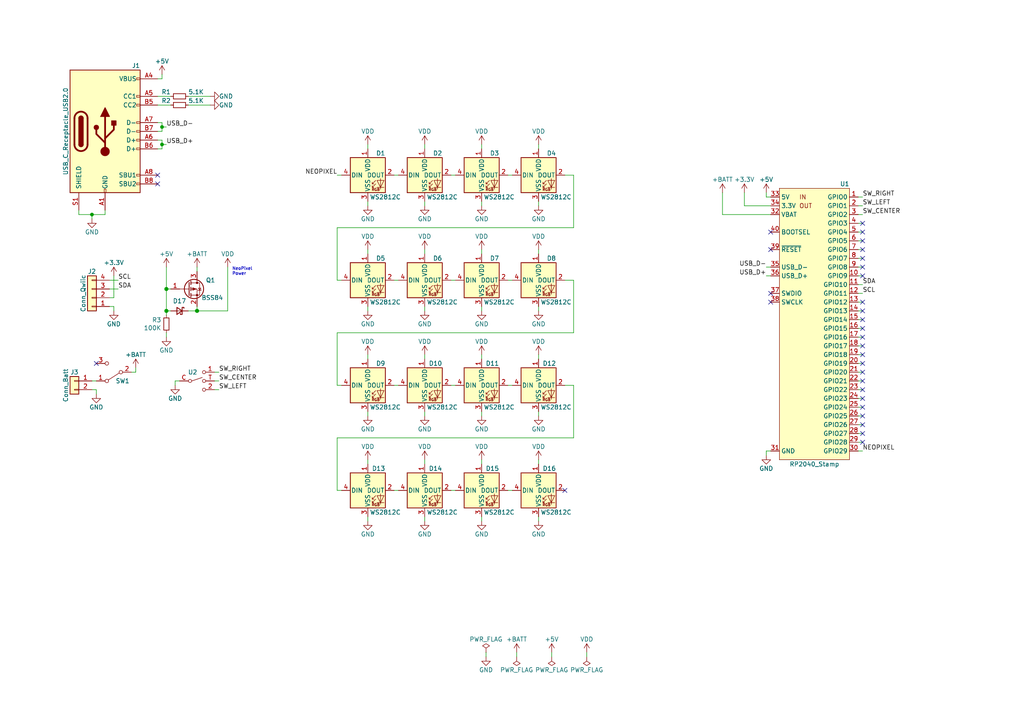
<source format=kicad_sch>
(kicad_sch (version 20211123) (generator eeschema)

  (uuid dae75246-c1e4-4ab0-9a68-db4694854902)

  (paper "A4")

  (lib_symbols
    (symbol "Connector:USB_C_Receptacle_USB2.0" (pin_names (offset 1.016)) (in_bom yes) (on_board yes)
      (property "Reference" "J" (id 0) (at -10.16 19.05 0)
        (effects (font (size 1.27 1.27)) (justify left))
      )
      (property "Value" "USB_C_Receptacle_USB2.0" (id 1) (at 19.05 19.05 0)
        (effects (font (size 1.27 1.27)) (justify right))
      )
      (property "Footprint" "" (id 2) (at 3.81 0 0)
        (effects (font (size 1.27 1.27)) hide)
      )
      (property "Datasheet" "https://www.usb.org/sites/default/files/documents/usb_type-c.zip" (id 3) (at 3.81 0 0)
        (effects (font (size 1.27 1.27)) hide)
      )
      (property "ki_keywords" "usb universal serial bus type-C USB2.0" (id 4) (at 0 0 0)
        (effects (font (size 1.27 1.27)) hide)
      )
      (property "ki_description" "USB 2.0-only Type-C Receptacle connector" (id 5) (at 0 0 0)
        (effects (font (size 1.27 1.27)) hide)
      )
      (property "ki_fp_filters" "USB*C*Receptacle*" (id 6) (at 0 0 0)
        (effects (font (size 1.27 1.27)) hide)
      )
      (symbol "USB_C_Receptacle_USB2.0_0_0"
        (rectangle (start -0.254 -17.78) (end 0.254 -16.764)
          (stroke (width 0) (type default) (color 0 0 0 0))
          (fill (type none))
        )
        (rectangle (start 10.16 -14.986) (end 9.144 -15.494)
          (stroke (width 0) (type default) (color 0 0 0 0))
          (fill (type none))
        )
        (rectangle (start 10.16 -12.446) (end 9.144 -12.954)
          (stroke (width 0) (type default) (color 0 0 0 0))
          (fill (type none))
        )
        (rectangle (start 10.16 -4.826) (end 9.144 -5.334)
          (stroke (width 0) (type default) (color 0 0 0 0))
          (fill (type none))
        )
        (rectangle (start 10.16 -2.286) (end 9.144 -2.794)
          (stroke (width 0) (type default) (color 0 0 0 0))
          (fill (type none))
        )
        (rectangle (start 10.16 0.254) (end 9.144 -0.254)
          (stroke (width 0) (type default) (color 0 0 0 0))
          (fill (type none))
        )
        (rectangle (start 10.16 2.794) (end 9.144 2.286)
          (stroke (width 0) (type default) (color 0 0 0 0))
          (fill (type none))
        )
        (rectangle (start 10.16 7.874) (end 9.144 7.366)
          (stroke (width 0) (type default) (color 0 0 0 0))
          (fill (type none))
        )
        (rectangle (start 10.16 10.414) (end 9.144 9.906)
          (stroke (width 0) (type default) (color 0 0 0 0))
          (fill (type none))
        )
        (rectangle (start 10.16 15.494) (end 9.144 14.986)
          (stroke (width 0) (type default) (color 0 0 0 0))
          (fill (type none))
        )
      )
      (symbol "USB_C_Receptacle_USB2.0_0_1"
        (rectangle (start -10.16 17.78) (end 10.16 -17.78)
          (stroke (width 0.254) (type default) (color 0 0 0 0))
          (fill (type background))
        )
        (arc (start -8.89 -3.81) (mid -6.985 -5.715) (end -5.08 -3.81)
          (stroke (width 0.508) (type default) (color 0 0 0 0))
          (fill (type none))
        )
        (arc (start -7.62 -3.81) (mid -6.985 -4.445) (end -6.35 -3.81)
          (stroke (width 0.254) (type default) (color 0 0 0 0))
          (fill (type none))
        )
        (arc (start -7.62 -3.81) (mid -6.985 -4.445) (end -6.35 -3.81)
          (stroke (width 0.254) (type default) (color 0 0 0 0))
          (fill (type outline))
        )
        (rectangle (start -7.62 -3.81) (end -6.35 3.81)
          (stroke (width 0.254) (type default) (color 0 0 0 0))
          (fill (type outline))
        )
        (arc (start -6.35 3.81) (mid -6.985 4.445) (end -7.62 3.81)
          (stroke (width 0.254) (type default) (color 0 0 0 0))
          (fill (type none))
        )
        (arc (start -6.35 3.81) (mid -6.985 4.445) (end -7.62 3.81)
          (stroke (width 0.254) (type default) (color 0 0 0 0))
          (fill (type outline))
        )
        (arc (start -5.08 3.81) (mid -6.985 5.715) (end -8.89 3.81)
          (stroke (width 0.508) (type default) (color 0 0 0 0))
          (fill (type none))
        )
        (circle (center -2.54 1.143) (radius 0.635)
          (stroke (width 0.254) (type default) (color 0 0 0 0))
          (fill (type outline))
        )
        (circle (center 0 -5.842) (radius 1.27)
          (stroke (width 0) (type default) (color 0 0 0 0))
          (fill (type outline))
        )
        (polyline
          (pts
            (xy -8.89 -3.81)
            (xy -8.89 3.81)
          )
          (stroke (width 0.508) (type default) (color 0 0 0 0))
          (fill (type none))
        )
        (polyline
          (pts
            (xy -5.08 3.81)
            (xy -5.08 -3.81)
          )
          (stroke (width 0.508) (type default) (color 0 0 0 0))
          (fill (type none))
        )
        (polyline
          (pts
            (xy 0 -5.842)
            (xy 0 4.318)
          )
          (stroke (width 0.508) (type default) (color 0 0 0 0))
          (fill (type none))
        )
        (polyline
          (pts
            (xy 0 -3.302)
            (xy -2.54 -0.762)
            (xy -2.54 0.508)
          )
          (stroke (width 0.508) (type default) (color 0 0 0 0))
          (fill (type none))
        )
        (polyline
          (pts
            (xy 0 -2.032)
            (xy 2.54 0.508)
            (xy 2.54 1.778)
          )
          (stroke (width 0.508) (type default) (color 0 0 0 0))
          (fill (type none))
        )
        (polyline
          (pts
            (xy -1.27 4.318)
            (xy 0 6.858)
            (xy 1.27 4.318)
            (xy -1.27 4.318)
          )
          (stroke (width 0.254) (type default) (color 0 0 0 0))
          (fill (type outline))
        )
        (rectangle (start 1.905 1.778) (end 3.175 3.048)
          (stroke (width 0.254) (type default) (color 0 0 0 0))
          (fill (type outline))
        )
      )
      (symbol "USB_C_Receptacle_USB2.0_1_1"
        (pin passive line (at 0 -22.86 90) (length 5.08)
          (name "GND" (effects (font (size 1.27 1.27))))
          (number "A1" (effects (font (size 1.27 1.27))))
        )
        (pin passive line (at 0 -22.86 90) (length 5.08) hide
          (name "GND" (effects (font (size 1.27 1.27))))
          (number "A12" (effects (font (size 1.27 1.27))))
        )
        (pin passive line (at 15.24 15.24 180) (length 5.08)
          (name "VBUS" (effects (font (size 1.27 1.27))))
          (number "A4" (effects (font (size 1.27 1.27))))
        )
        (pin bidirectional line (at 15.24 10.16 180) (length 5.08)
          (name "CC1" (effects (font (size 1.27 1.27))))
          (number "A5" (effects (font (size 1.27 1.27))))
        )
        (pin bidirectional line (at 15.24 -2.54 180) (length 5.08)
          (name "D+" (effects (font (size 1.27 1.27))))
          (number "A6" (effects (font (size 1.27 1.27))))
        )
        (pin bidirectional line (at 15.24 2.54 180) (length 5.08)
          (name "D-" (effects (font (size 1.27 1.27))))
          (number "A7" (effects (font (size 1.27 1.27))))
        )
        (pin bidirectional line (at 15.24 -12.7 180) (length 5.08)
          (name "SBU1" (effects (font (size 1.27 1.27))))
          (number "A8" (effects (font (size 1.27 1.27))))
        )
        (pin passive line (at 15.24 15.24 180) (length 5.08) hide
          (name "VBUS" (effects (font (size 1.27 1.27))))
          (number "A9" (effects (font (size 1.27 1.27))))
        )
        (pin passive line (at 0 -22.86 90) (length 5.08) hide
          (name "GND" (effects (font (size 1.27 1.27))))
          (number "B1" (effects (font (size 1.27 1.27))))
        )
        (pin passive line (at 0 -22.86 90) (length 5.08) hide
          (name "GND" (effects (font (size 1.27 1.27))))
          (number "B12" (effects (font (size 1.27 1.27))))
        )
        (pin passive line (at 15.24 15.24 180) (length 5.08) hide
          (name "VBUS" (effects (font (size 1.27 1.27))))
          (number "B4" (effects (font (size 1.27 1.27))))
        )
        (pin bidirectional line (at 15.24 7.62 180) (length 5.08)
          (name "CC2" (effects (font (size 1.27 1.27))))
          (number "B5" (effects (font (size 1.27 1.27))))
        )
        (pin bidirectional line (at 15.24 -5.08 180) (length 5.08)
          (name "D+" (effects (font (size 1.27 1.27))))
          (number "B6" (effects (font (size 1.27 1.27))))
        )
        (pin bidirectional line (at 15.24 0 180) (length 5.08)
          (name "D-" (effects (font (size 1.27 1.27))))
          (number "B7" (effects (font (size 1.27 1.27))))
        )
        (pin bidirectional line (at 15.24 -15.24 180) (length 5.08)
          (name "SBU2" (effects (font (size 1.27 1.27))))
          (number "B8" (effects (font (size 1.27 1.27))))
        )
        (pin passive line (at 15.24 15.24 180) (length 5.08) hide
          (name "VBUS" (effects (font (size 1.27 1.27))))
          (number "B9" (effects (font (size 1.27 1.27))))
        )
        (pin passive line (at -7.62 -22.86 90) (length 5.08)
          (name "SHIELD" (effects (font (size 1.27 1.27))))
          (number "S1" (effects (font (size 1.27 1.27))))
        )
      )
    )
    (symbol "Connector_Generic:Conn_01x02" (pin_names (offset 1.016) hide) (in_bom yes) (on_board yes)
      (property "Reference" "J" (id 0) (at 0 2.54 0)
        (effects (font (size 1.27 1.27)))
      )
      (property "Value" "Conn_01x02" (id 1) (at 0 -5.08 0)
        (effects (font (size 1.27 1.27)))
      )
      (property "Footprint" "" (id 2) (at 0 0 0)
        (effects (font (size 1.27 1.27)) hide)
      )
      (property "Datasheet" "~" (id 3) (at 0 0 0)
        (effects (font (size 1.27 1.27)) hide)
      )
      (property "ki_keywords" "connector" (id 4) (at 0 0 0)
        (effects (font (size 1.27 1.27)) hide)
      )
      (property "ki_description" "Generic connector, single row, 01x02, script generated (kicad-library-utils/schlib/autogen/connector/)" (id 5) (at 0 0 0)
        (effects (font (size 1.27 1.27)) hide)
      )
      (property "ki_fp_filters" "Connector*:*_1x??_*" (id 6) (at 0 0 0)
        (effects (font (size 1.27 1.27)) hide)
      )
      (symbol "Conn_01x02_1_1"
        (rectangle (start -1.27 -2.413) (end 0 -2.667)
          (stroke (width 0.1524) (type default) (color 0 0 0 0))
          (fill (type none))
        )
        (rectangle (start -1.27 0.127) (end 0 -0.127)
          (stroke (width 0.1524) (type default) (color 0 0 0 0))
          (fill (type none))
        )
        (rectangle (start -1.27 1.27) (end 1.27 -3.81)
          (stroke (width 0.254) (type default) (color 0 0 0 0))
          (fill (type background))
        )
        (pin passive line (at -5.08 0 0) (length 3.81)
          (name "Pin_1" (effects (font (size 1.27 1.27))))
          (number "1" (effects (font (size 1.27 1.27))))
        )
        (pin passive line (at -5.08 -2.54 0) (length 3.81)
          (name "Pin_2" (effects (font (size 1.27 1.27))))
          (number "2" (effects (font (size 1.27 1.27))))
        )
      )
    )
    (symbol "Connector_Generic:Conn_01x04" (pin_names (offset 1.016) hide) (in_bom yes) (on_board yes)
      (property "Reference" "J" (id 0) (at 0 5.08 0)
        (effects (font (size 1.27 1.27)))
      )
      (property "Value" "Conn_01x04" (id 1) (at 0 -7.62 0)
        (effects (font (size 1.27 1.27)))
      )
      (property "Footprint" "" (id 2) (at 0 0 0)
        (effects (font (size 1.27 1.27)) hide)
      )
      (property "Datasheet" "~" (id 3) (at 0 0 0)
        (effects (font (size 1.27 1.27)) hide)
      )
      (property "ki_keywords" "connector" (id 4) (at 0 0 0)
        (effects (font (size 1.27 1.27)) hide)
      )
      (property "ki_description" "Generic connector, single row, 01x04, script generated (kicad-library-utils/schlib/autogen/connector/)" (id 5) (at 0 0 0)
        (effects (font (size 1.27 1.27)) hide)
      )
      (property "ki_fp_filters" "Connector*:*_1x??_*" (id 6) (at 0 0 0)
        (effects (font (size 1.27 1.27)) hide)
      )
      (symbol "Conn_01x04_1_1"
        (rectangle (start -1.27 -4.953) (end 0 -5.207)
          (stroke (width 0.1524) (type default) (color 0 0 0 0))
          (fill (type none))
        )
        (rectangle (start -1.27 -2.413) (end 0 -2.667)
          (stroke (width 0.1524) (type default) (color 0 0 0 0))
          (fill (type none))
        )
        (rectangle (start -1.27 0.127) (end 0 -0.127)
          (stroke (width 0.1524) (type default) (color 0 0 0 0))
          (fill (type none))
        )
        (rectangle (start -1.27 2.667) (end 0 2.413)
          (stroke (width 0.1524) (type default) (color 0 0 0 0))
          (fill (type none))
        )
        (rectangle (start -1.27 3.81) (end 1.27 -6.35)
          (stroke (width 0.254) (type default) (color 0 0 0 0))
          (fill (type background))
        )
        (pin passive line (at -5.08 2.54 0) (length 3.81)
          (name "Pin_1" (effects (font (size 1.27 1.27))))
          (number "1" (effects (font (size 1.27 1.27))))
        )
        (pin passive line (at -5.08 0 0) (length 3.81)
          (name "Pin_2" (effects (font (size 1.27 1.27))))
          (number "2" (effects (font (size 1.27 1.27))))
        )
        (pin passive line (at -5.08 -2.54 0) (length 3.81)
          (name "Pin_3" (effects (font (size 1.27 1.27))))
          (number "3" (effects (font (size 1.27 1.27))))
        )
        (pin passive line (at -5.08 -5.08 0) (length 3.81)
          (name "Pin_4" (effects (font (size 1.27 1.27))))
          (number "4" (effects (font (size 1.27 1.27))))
        )
      )
    )
    (symbol "Device:D_Schottky_Small" (pin_numbers hide) (pin_names (offset 0.254) hide) (in_bom yes) (on_board yes)
      (property "Reference" "D" (id 0) (at -1.27 2.032 0)
        (effects (font (size 1.27 1.27)) (justify left))
      )
      (property "Value" "D_Schottky_Small" (id 1) (at -7.112 -2.032 0)
        (effects (font (size 1.27 1.27)) (justify left))
      )
      (property "Footprint" "" (id 2) (at 0 0 90)
        (effects (font (size 1.27 1.27)) hide)
      )
      (property "Datasheet" "~" (id 3) (at 0 0 90)
        (effects (font (size 1.27 1.27)) hide)
      )
      (property "ki_keywords" "diode Schottky" (id 4) (at 0 0 0)
        (effects (font (size 1.27 1.27)) hide)
      )
      (property "ki_description" "Schottky diode, small symbol" (id 5) (at 0 0 0)
        (effects (font (size 1.27 1.27)) hide)
      )
      (property "ki_fp_filters" "TO-???* *_Diode_* *SingleDiode* D_*" (id 6) (at 0 0 0)
        (effects (font (size 1.27 1.27)) hide)
      )
      (symbol "D_Schottky_Small_0_1"
        (polyline
          (pts
            (xy -0.762 0)
            (xy 0.762 0)
          )
          (stroke (width 0) (type default) (color 0 0 0 0))
          (fill (type none))
        )
        (polyline
          (pts
            (xy 0.762 -1.016)
            (xy -0.762 0)
            (xy 0.762 1.016)
            (xy 0.762 -1.016)
          )
          (stroke (width 0.254) (type default) (color 0 0 0 0))
          (fill (type none))
        )
        (polyline
          (pts
            (xy -1.27 0.762)
            (xy -1.27 1.016)
            (xy -0.762 1.016)
            (xy -0.762 -1.016)
            (xy -0.254 -1.016)
            (xy -0.254 -0.762)
          )
          (stroke (width 0.254) (type default) (color 0 0 0 0))
          (fill (type none))
        )
      )
      (symbol "D_Schottky_Small_1_1"
        (pin passive line (at -2.54 0 0) (length 1.778)
          (name "K" (effects (font (size 1.27 1.27))))
          (number "1" (effects (font (size 1.27 1.27))))
        )
        (pin passive line (at 2.54 0 180) (length 1.778)
          (name "A" (effects (font (size 1.27 1.27))))
          (number "2" (effects (font (size 1.27 1.27))))
        )
      )
    )
    (symbol "Device:R_Small" (pin_numbers hide) (pin_names (offset 0.254) hide) (in_bom yes) (on_board yes)
      (property "Reference" "R" (id 0) (at 0.762 0.508 0)
        (effects (font (size 1.27 1.27)) (justify left))
      )
      (property "Value" "R_Small" (id 1) (at 0.762 -1.016 0)
        (effects (font (size 1.27 1.27)) (justify left))
      )
      (property "Footprint" "" (id 2) (at 0 0 0)
        (effects (font (size 1.27 1.27)) hide)
      )
      (property "Datasheet" "~" (id 3) (at 0 0 0)
        (effects (font (size 1.27 1.27)) hide)
      )
      (property "ki_keywords" "R resistor" (id 4) (at 0 0 0)
        (effects (font (size 1.27 1.27)) hide)
      )
      (property "ki_description" "Resistor, small symbol" (id 5) (at 0 0 0)
        (effects (font (size 1.27 1.27)) hide)
      )
      (property "ki_fp_filters" "R_*" (id 6) (at 0 0 0)
        (effects (font (size 1.27 1.27)) hide)
      )
      (symbol "R_Small_0_1"
        (rectangle (start -0.762 1.778) (end 0.762 -1.778)
          (stroke (width 0.2032) (type default) (color 0 0 0 0))
          (fill (type none))
        )
      )
      (symbol "R_Small_1_1"
        (pin passive line (at 0 2.54 270) (length 0.762)
          (name "~" (effects (font (size 1.27 1.27))))
          (number "1" (effects (font (size 1.27 1.27))))
        )
        (pin passive line (at 0 -2.54 90) (length 0.762)
          (name "~" (effects (font (size 1.27 1.27))))
          (number "2" (effects (font (size 1.27 1.27))))
        )
      )
    )
    (symbol "LED:WS2812B" (pin_names (offset 0.254)) (in_bom yes) (on_board yes)
      (property "Reference" "D" (id 0) (at 5.08 5.715 0)
        (effects (font (size 1.27 1.27)) (justify right bottom))
      )
      (property "Value" "WS2812B" (id 1) (at 1.27 -5.715 0)
        (effects (font (size 1.27 1.27)) (justify left top))
      )
      (property "Footprint" "LED_SMD:LED_WS2812B_PLCC4_5.0x5.0mm_P3.2mm" (id 2) (at 1.27 -7.62 0)
        (effects (font (size 1.27 1.27)) (justify left top) hide)
      )
      (property "Datasheet" "https://cdn-shop.adafruit.com/datasheets/WS2812B.pdf" (id 3) (at 2.54 -9.525 0)
        (effects (font (size 1.27 1.27)) (justify left top) hide)
      )
      (property "ki_keywords" "RGB LED NeoPixel addressable" (id 4) (at 0 0 0)
        (effects (font (size 1.27 1.27)) hide)
      )
      (property "ki_description" "RGB LED with integrated controller" (id 5) (at 0 0 0)
        (effects (font (size 1.27 1.27)) hide)
      )
      (property "ki_fp_filters" "LED*WS2812*PLCC*5.0x5.0mm*P3.2mm*" (id 6) (at 0 0 0)
        (effects (font (size 1.27 1.27)) hide)
      )
      (symbol "WS2812B_0_0"
        (text "RGB" (at 2.286 -4.191 0)
          (effects (font (size 0.762 0.762)))
        )
      )
      (symbol "WS2812B_0_1"
        (polyline
          (pts
            (xy 1.27 -3.556)
            (xy 1.778 -3.556)
          )
          (stroke (width 0) (type default) (color 0 0 0 0))
          (fill (type none))
        )
        (polyline
          (pts
            (xy 1.27 -2.54)
            (xy 1.778 -2.54)
          )
          (stroke (width 0) (type default) (color 0 0 0 0))
          (fill (type none))
        )
        (polyline
          (pts
            (xy 4.699 -3.556)
            (xy 2.667 -3.556)
          )
          (stroke (width 0) (type default) (color 0 0 0 0))
          (fill (type none))
        )
        (polyline
          (pts
            (xy 2.286 -2.54)
            (xy 1.27 -3.556)
            (xy 1.27 -3.048)
          )
          (stroke (width 0) (type default) (color 0 0 0 0))
          (fill (type none))
        )
        (polyline
          (pts
            (xy 2.286 -1.524)
            (xy 1.27 -2.54)
            (xy 1.27 -2.032)
          )
          (stroke (width 0) (type default) (color 0 0 0 0))
          (fill (type none))
        )
        (polyline
          (pts
            (xy 3.683 -1.016)
            (xy 3.683 -3.556)
            (xy 3.683 -4.064)
          )
          (stroke (width 0) (type default) (color 0 0 0 0))
          (fill (type none))
        )
        (polyline
          (pts
            (xy 4.699 -1.524)
            (xy 2.667 -1.524)
            (xy 3.683 -3.556)
            (xy 4.699 -1.524)
          )
          (stroke (width 0) (type default) (color 0 0 0 0))
          (fill (type none))
        )
        (rectangle (start 5.08 5.08) (end -5.08 -5.08)
          (stroke (width 0.254) (type default) (color 0 0 0 0))
          (fill (type background))
        )
      )
      (symbol "WS2812B_1_1"
        (pin power_in line (at 0 7.62 270) (length 2.54)
          (name "VDD" (effects (font (size 1.27 1.27))))
          (number "1" (effects (font (size 1.27 1.27))))
        )
        (pin output line (at 7.62 0 180) (length 2.54)
          (name "DOUT" (effects (font (size 1.27 1.27))))
          (number "2" (effects (font (size 1.27 1.27))))
        )
        (pin power_in line (at 0 -7.62 90) (length 2.54)
          (name "VSS" (effects (font (size 1.27 1.27))))
          (number "3" (effects (font (size 1.27 1.27))))
        )
        (pin input line (at -7.62 0 0) (length 2.54)
          (name "DIN" (effects (font (size 1.27 1.27))))
          (number "4" (effects (font (size 1.27 1.27))))
        )
      )
    )
    (symbol "RP2040_Stamp:RP2040_Stamp" (in_bom yes) (on_board yes)
      (property "Reference" "U" (id 0) (at 10.16 43.18 0)
        (effects (font (size 1.27 1.27)))
      )
      (property "Value" "RP2040_Stamp" (id 1) (at 0 -38.1 0)
        (effects (font (size 1.27 1.27)))
      )
      (property "Footprint" "RP2040_Stamp:RP2040_Stamp_SMD" (id 2) (at 0 -40.64 0)
        (effects (font (size 1.27 1.27)) hide)
      )
      (property "Datasheet" "" (id 3) (at -33.02 41.91 0)
        (effects (font (size 1.27 1.27)) hide)
      )
      (symbol "RP2040_Stamp_0_0"
        (text "IN" (at -4.445 39.37 0)
          (effects (font (size 1.27 1.27)) (justify left))
        )
        (text "OUT" (at -4.445 36.83 0)
          (effects (font (size 1.27 1.27)) (justify left))
        )
        (pin bidirectional line (at 12.7 39.37 180) (length 2.54)
          (name "GPIO0" (effects (font (size 1.27 1.27))))
          (number "1" (effects (font (size 1.27 1.27))))
        )
        (pin bidirectional line (at 12.7 16.51 180) (length 2.54)
          (name "GPIO9" (effects (font (size 1.27 1.27))))
          (number "10" (effects (font (size 1.27 1.27))))
        )
        (pin bidirectional line (at 12.7 13.97 180) (length 2.54)
          (name "GPIO10" (effects (font (size 1.27 1.27))))
          (number "11" (effects (font (size 1.27 1.27))))
        )
        (pin bidirectional line (at 12.7 11.43 180) (length 2.54)
          (name "GPIO11" (effects (font (size 1.27 1.27))))
          (number "12" (effects (font (size 1.27 1.27))))
        )
        (pin bidirectional line (at 12.7 8.89 180) (length 2.54)
          (name "GPIO12" (effects (font (size 1.27 1.27))))
          (number "13" (effects (font (size 1.27 1.27))))
        )
        (pin bidirectional line (at 12.7 6.35 180) (length 2.54)
          (name "GPIO13" (effects (font (size 1.27 1.27))))
          (number "14" (effects (font (size 1.27 1.27))))
        )
        (pin bidirectional line (at 12.7 3.81 180) (length 2.54)
          (name "GPIO14" (effects (font (size 1.27 1.27))))
          (number "15" (effects (font (size 1.27 1.27))))
        )
        (pin bidirectional line (at 12.7 1.27 180) (length 2.54)
          (name "GPIO15" (effects (font (size 1.27 1.27))))
          (number "16" (effects (font (size 1.27 1.27))))
        )
        (pin bidirectional line (at 12.7 -1.27 180) (length 2.54)
          (name "GPIO16" (effects (font (size 1.27 1.27))))
          (number "17" (effects (font (size 1.27 1.27))))
        )
        (pin bidirectional line (at 12.7 -3.81 180) (length 2.54)
          (name "GPIO17" (effects (font (size 1.27 1.27))))
          (number "18" (effects (font (size 1.27 1.27))))
        )
        (pin bidirectional line (at 12.7 -6.35 180) (length 2.54)
          (name "GPIO18" (effects (font (size 1.27 1.27))))
          (number "19" (effects (font (size 1.27 1.27))))
        )
        (pin bidirectional line (at 12.7 36.83 180) (length 2.54)
          (name "GPIO1" (effects (font (size 1.27 1.27))))
          (number "2" (effects (font (size 1.27 1.27))))
        )
        (pin bidirectional line (at 12.7 -8.89 180) (length 2.54)
          (name "GPIO19" (effects (font (size 1.27 1.27))))
          (number "20" (effects (font (size 1.27 1.27))))
        )
        (pin bidirectional line (at 12.7 -11.43 180) (length 2.54)
          (name "GPIO20" (effects (font (size 1.27 1.27))))
          (number "21" (effects (font (size 1.27 1.27))))
        )
        (pin bidirectional line (at 12.7 -13.97 180) (length 2.54)
          (name "GPIO21" (effects (font (size 1.27 1.27))))
          (number "22" (effects (font (size 1.27 1.27))))
          (alternate "NEOPIXEL" output line)
        )
        (pin bidirectional line (at 12.7 -16.51 180) (length 2.54)
          (name "GPIO22" (effects (font (size 1.27 1.27))))
          (number "23" (effects (font (size 1.27 1.27))))
        )
        (pin bidirectional line (at 12.7 -19.05 180) (length 2.54)
          (name "GPIO23" (effects (font (size 1.27 1.27))))
          (number "24" (effects (font (size 1.27 1.27))))
        )
        (pin bidirectional line (at 12.7 -21.59 180) (length 2.54)
          (name "GPIO24" (effects (font (size 1.27 1.27))))
          (number "25" (effects (font (size 1.27 1.27))))
        )
        (pin bidirectional line (at 12.7 -24.13 180) (length 2.54)
          (name "GPIO25" (effects (font (size 1.27 1.27))))
          (number "26" (effects (font (size 1.27 1.27))))
        )
        (pin bidirectional line (at 12.7 -26.67 180) (length 2.54)
          (name "GPIO26" (effects (font (size 1.27 1.27))))
          (number "27" (effects (font (size 1.27 1.27))))
          (alternate "A0" input line)
        )
        (pin bidirectional line (at 12.7 -29.21 180) (length 2.54)
          (name "GPIO27" (effects (font (size 1.27 1.27))))
          (number "28" (effects (font (size 1.27 1.27))))
          (alternate "A1" input line)
        )
        (pin bidirectional line (at 12.7 -31.75 180) (length 2.54)
          (name "GPIO28" (effects (font (size 1.27 1.27))))
          (number "29" (effects (font (size 1.27 1.27))))
          (alternate "A2" input line)
        )
        (pin bidirectional line (at 12.7 34.29 180) (length 2.54)
          (name "GPIO2" (effects (font (size 1.27 1.27))))
          (number "3" (effects (font (size 1.27 1.27))))
        )
        (pin bidirectional line (at 12.7 -34.29 180) (length 2.54)
          (name "GPIO29" (effects (font (size 1.27 1.27))))
          (number "30" (effects (font (size 1.27 1.27))))
          (alternate "A3" input line)
        )
        (pin power_in line (at -12.7 -34.29 0) (length 2.54)
          (name "GND" (effects (font (size 1.27 1.27))))
          (number "31" (effects (font (size 1.27 1.27))))
        )
        (pin power_in line (at -12.7 34.29 0) (length 2.54)
          (name "VBAT" (effects (font (size 1.27 1.27))))
          (number "32" (effects (font (size 1.27 1.27))))
        )
        (pin power_in line (at -12.7 39.37 0) (length 2.54)
          (name "5V" (effects (font (size 1.27 1.27))))
          (number "33" (effects (font (size 1.27 1.27))))
        )
        (pin power_out line (at -12.7 36.83 0) (length 2.54)
          (name "3.3V" (effects (font (size 1.27 1.27))))
          (number "34" (effects (font (size 1.27 1.27))))
        )
        (pin bidirectional line (at -12.7 19.05 0) (length 2.54)
          (name "USB_D-" (effects (font (size 1.27 1.27))))
          (number "35" (effects (font (size 1.27 1.27))))
        )
        (pin bidirectional line (at -12.7 16.51 0) (length 2.54)
          (name "USB_D+" (effects (font (size 1.27 1.27))))
          (number "36" (effects (font (size 1.27 1.27))))
        )
        (pin bidirectional line (at -12.7 11.43 0) (length 2.54)
          (name "SWDIO" (effects (font (size 1.27 1.27))))
          (number "37" (effects (font (size 1.27 1.27))))
        )
        (pin input line (at -12.7 8.89 0) (length 2.54)
          (name "SWCLK" (effects (font (size 1.27 1.27))))
          (number "38" (effects (font (size 1.27 1.27))))
        )
        (pin bidirectional line (at -12.7 24.13 0) (length 2.54)
          (name "~{RESET}" (effects (font (size 1.27 1.27))))
          (number "39" (effects (font (size 1.27 1.27))))
        )
        (pin bidirectional line (at 12.7 31.75 180) (length 2.54)
          (name "GPIO3" (effects (font (size 1.27 1.27))))
          (number "4" (effects (font (size 1.27 1.27))))
        )
        (pin input line (at -12.7 29.21 0) (length 2.54)
          (name "BOOTSEL" (effects (font (size 1.27 1.27))))
          (number "40" (effects (font (size 1.27 1.27))))
        )
        (pin bidirectional line (at 12.7 29.21 180) (length 2.54)
          (name "GPIO4" (effects (font (size 1.27 1.27))))
          (number "5" (effects (font (size 1.27 1.27))))
        )
        (pin bidirectional line (at 12.7 26.67 180) (length 2.54)
          (name "GPIO5" (effects (font (size 1.27 1.27))))
          (number "6" (effects (font (size 1.27 1.27))))
        )
        (pin bidirectional line (at 12.7 24.13 180) (length 2.54)
          (name "GPIO6" (effects (font (size 1.27 1.27))))
          (number "7" (effects (font (size 1.27 1.27))))
        )
        (pin bidirectional line (at 12.7 21.59 180) (length 2.54)
          (name "GPIO7" (effects (font (size 1.27 1.27))))
          (number "8" (effects (font (size 1.27 1.27))))
        )
        (pin bidirectional line (at 12.7 19.05 180) (length 2.54)
          (name "GPIO8" (effects (font (size 1.27 1.27))))
          (number "9" (effects (font (size 1.27 1.27))))
        )
      )
      (symbol "RP2040_Stamp_0_1"
        (rectangle (start -10.16 41.91) (end 10.16 -36.83)
          (stroke (width 0.1524) (type default) (color 0 0 0 0))
          (fill (type background))
        )
      )
    )
    (symbol "Switch:SW_SPDT" (pin_names (offset 0) hide) (in_bom yes) (on_board yes)
      (property "Reference" "SW" (id 0) (at 0 4.318 0)
        (effects (font (size 1.27 1.27)))
      )
      (property "Value" "SW_SPDT" (id 1) (at 0 -5.08 0)
        (effects (font (size 1.27 1.27)))
      )
      (property "Footprint" "" (id 2) (at 0 0 0)
        (effects (font (size 1.27 1.27)) hide)
      )
      (property "Datasheet" "~" (id 3) (at 0 0 0)
        (effects (font (size 1.27 1.27)) hide)
      )
      (property "ki_keywords" "switch single-pole double-throw spdt ON-ON" (id 4) (at 0 0 0)
        (effects (font (size 1.27 1.27)) hide)
      )
      (property "ki_description" "Switch, single pole double throw" (id 5) (at 0 0 0)
        (effects (font (size 1.27 1.27)) hide)
      )
      (symbol "SW_SPDT_0_0"
        (circle (center -2.032 0) (radius 0.508)
          (stroke (width 0) (type default) (color 0 0 0 0))
          (fill (type none))
        )
        (circle (center 2.032 -2.54) (radius 0.508)
          (stroke (width 0) (type default) (color 0 0 0 0))
          (fill (type none))
        )
      )
      (symbol "SW_SPDT_0_1"
        (polyline
          (pts
            (xy -1.524 0.254)
            (xy 1.651 2.286)
          )
          (stroke (width 0) (type default) (color 0 0 0 0))
          (fill (type none))
        )
        (circle (center 2.032 2.54) (radius 0.508)
          (stroke (width 0) (type default) (color 0 0 0 0))
          (fill (type none))
        )
      )
      (symbol "SW_SPDT_1_1"
        (pin passive line (at 5.08 2.54 180) (length 2.54)
          (name "A" (effects (font (size 1.27 1.27))))
          (number "1" (effects (font (size 1.27 1.27))))
        )
        (pin passive line (at -5.08 0 0) (length 2.54)
          (name "B" (effects (font (size 1.27 1.27))))
          (number "2" (effects (font (size 1.27 1.27))))
        )
        (pin passive line (at 5.08 -2.54 180) (length 2.54)
          (name "C" (effects (font (size 1.27 1.27))))
          (number "3" (effects (font (size 1.27 1.27))))
        )
      )
    )
    (symbol "Switch_Extra:SW_SP3T_Rocker" (pin_names hide) (in_bom yes) (on_board yes)
      (property "Reference" "U" (id 0) (at -1.27 2.54 0)
        (effects (font (size 1.27 1.27)))
      )
      (property "Value" "SW_SP3T_Rocker" (id 1) (at 0 -5.08 0)
        (effects (font (size 1.27 1.27)))
      )
      (property "Footprint" "" (id 2) (at 0 0 0)
        (effects (font (size 1.27 1.27)) hide)
      )
      (property "Datasheet" "" (id 3) (at 0 0 0)
        (effects (font (size 1.27 1.27)) hide)
      )
      (symbol "SW_SP3T_Rocker_0_1"
        (circle (center -2.032 0) (radius 0.4572)
          (stroke (width 0) (type default) (color 0 0 0 0))
          (fill (type none))
        )
        (polyline
          (pts
            (xy -1.524 0)
            (xy 1.524 1.016)
          )
          (stroke (width 0) (type default) (color 0 0 0 0))
          (fill (type none))
        )
        (circle (center 2.032 -2.54) (radius 0.4572)
          (stroke (width 0) (type default) (color 0 0 0 0))
          (fill (type none))
        )
        (circle (center 2.032 0) (radius 0.4572)
          (stroke (width 0) (type default) (color 0 0 0 0))
          (fill (type none))
        )
        (circle (center 2.032 2.54) (radius 0.4572)
          (stroke (width 0) (type default) (color 0 0 0 0))
          (fill (type none))
        )
      )
      (symbol "SW_SP3T_Rocker_1_1"
        (pin passive line (at 5.08 2.54 180) (length 2.54)
          (name "1" (effects (font (size 1.27 1.27))))
          (number "1" (effects (font (size 1.27 1.27))))
        )
        (pin passive line (at 5.08 -2.54 180) (length 2.54)
          (name "2" (effects (font (size 1.27 1.27))))
          (number "2" (effects (font (size 1.27 1.27))))
        )
        (pin passive line (at -5.08 0 0) (length 2.54)
          (name "C" (effects (font (size 1.27 1.27))))
          (number "C" (effects (font (size 1.27 1.27))))
        )
        (pin no_connect line (at -5.08 -2.54 0) (length 2.54) hide
          (name "G" (effects (font (size 1.27 1.27))))
          (number "G" (effects (font (size 1.27 1.27))))
        )
        (pin passive line (at 5.08 0 180) (length 2.54)
          (name "T" (effects (font (size 1.27 1.27))))
          (number "T" (effects (font (size 1.27 1.27))))
        )
      )
    )
    (symbol "Transistor_FET:BSS84" (pin_names hide) (in_bom yes) (on_board yes)
      (property "Reference" "Q" (id 0) (at 5.08 1.905 0)
        (effects (font (size 1.27 1.27)) (justify left))
      )
      (property "Value" "BSS84" (id 1) (at 5.08 0 0)
        (effects (font (size 1.27 1.27)) (justify left))
      )
      (property "Footprint" "Package_TO_SOT_SMD:SOT-23" (id 2) (at 5.08 -1.905 0)
        (effects (font (size 1.27 1.27) italic) (justify left) hide)
      )
      (property "Datasheet" "http://assets.nexperia.com/documents/data-sheet/BSS84.pdf" (id 3) (at 0 0 0)
        (effects (font (size 1.27 1.27)) (justify left) hide)
      )
      (property "ki_keywords" "P-Channel MOSFET" (id 4) (at 0 0 0)
        (effects (font (size 1.27 1.27)) hide)
      )
      (property "ki_description" "-0.13A Id, -50V Vds, P-Channel MOSFET, SOT-23" (id 5) (at 0 0 0)
        (effects (font (size 1.27 1.27)) hide)
      )
      (property "ki_fp_filters" "SOT?23*" (id 6) (at 0 0 0)
        (effects (font (size 1.27 1.27)) hide)
      )
      (symbol "BSS84_0_1"
        (polyline
          (pts
            (xy 0.254 0)
            (xy -2.54 0)
          )
          (stroke (width 0) (type default) (color 0 0 0 0))
          (fill (type none))
        )
        (polyline
          (pts
            (xy 0.254 1.905)
            (xy 0.254 -1.905)
          )
          (stroke (width 0.254) (type default) (color 0 0 0 0))
          (fill (type none))
        )
        (polyline
          (pts
            (xy 0.762 -1.27)
            (xy 0.762 -2.286)
          )
          (stroke (width 0.254) (type default) (color 0 0 0 0))
          (fill (type none))
        )
        (polyline
          (pts
            (xy 0.762 0.508)
            (xy 0.762 -0.508)
          )
          (stroke (width 0.254) (type default) (color 0 0 0 0))
          (fill (type none))
        )
        (polyline
          (pts
            (xy 0.762 2.286)
            (xy 0.762 1.27)
          )
          (stroke (width 0.254) (type default) (color 0 0 0 0))
          (fill (type none))
        )
        (polyline
          (pts
            (xy 2.54 2.54)
            (xy 2.54 1.778)
          )
          (stroke (width 0) (type default) (color 0 0 0 0))
          (fill (type none))
        )
        (polyline
          (pts
            (xy 2.54 -2.54)
            (xy 2.54 0)
            (xy 0.762 0)
          )
          (stroke (width 0) (type default) (color 0 0 0 0))
          (fill (type none))
        )
        (polyline
          (pts
            (xy 0.762 1.778)
            (xy 3.302 1.778)
            (xy 3.302 -1.778)
            (xy 0.762 -1.778)
          )
          (stroke (width 0) (type default) (color 0 0 0 0))
          (fill (type none))
        )
        (polyline
          (pts
            (xy 2.286 0)
            (xy 1.27 0.381)
            (xy 1.27 -0.381)
            (xy 2.286 0)
          )
          (stroke (width 0) (type default) (color 0 0 0 0))
          (fill (type outline))
        )
        (polyline
          (pts
            (xy 2.794 -0.508)
            (xy 2.921 -0.381)
            (xy 3.683 -0.381)
            (xy 3.81 -0.254)
          )
          (stroke (width 0) (type default) (color 0 0 0 0))
          (fill (type none))
        )
        (polyline
          (pts
            (xy 3.302 -0.381)
            (xy 2.921 0.254)
            (xy 3.683 0.254)
            (xy 3.302 -0.381)
          )
          (stroke (width 0) (type default) (color 0 0 0 0))
          (fill (type none))
        )
        (circle (center 1.651 0) (radius 2.794)
          (stroke (width 0.254) (type default) (color 0 0 0 0))
          (fill (type none))
        )
        (circle (center 2.54 -1.778) (radius 0.254)
          (stroke (width 0) (type default) (color 0 0 0 0))
          (fill (type outline))
        )
        (circle (center 2.54 1.778) (radius 0.254)
          (stroke (width 0) (type default) (color 0 0 0 0))
          (fill (type outline))
        )
      )
      (symbol "BSS84_1_1"
        (pin input line (at -5.08 0 0) (length 2.54)
          (name "G" (effects (font (size 1.27 1.27))))
          (number "1" (effects (font (size 1.27 1.27))))
        )
        (pin passive line (at 2.54 -5.08 90) (length 2.54)
          (name "S" (effects (font (size 1.27 1.27))))
          (number "2" (effects (font (size 1.27 1.27))))
        )
        (pin passive line (at 2.54 5.08 270) (length 2.54)
          (name "D" (effects (font (size 1.27 1.27))))
          (number "3" (effects (font (size 1.27 1.27))))
        )
      )
    )
    (symbol "power:+3.3V" (power) (pin_names (offset 0)) (in_bom yes) (on_board yes)
      (property "Reference" "#PWR" (id 0) (at 0 -3.81 0)
        (effects (font (size 1.27 1.27)) hide)
      )
      (property "Value" "+3.3V" (id 1) (at 0 3.556 0)
        (effects (font (size 1.27 1.27)))
      )
      (property "Footprint" "" (id 2) (at 0 0 0)
        (effects (font (size 1.27 1.27)) hide)
      )
      (property "Datasheet" "" (id 3) (at 0 0 0)
        (effects (font (size 1.27 1.27)) hide)
      )
      (property "ki_keywords" "power-flag" (id 4) (at 0 0 0)
        (effects (font (size 1.27 1.27)) hide)
      )
      (property "ki_description" "Power symbol creates a global label with name \"+3.3V\"" (id 5) (at 0 0 0)
        (effects (font (size 1.27 1.27)) hide)
      )
      (symbol "+3.3V_0_1"
        (polyline
          (pts
            (xy -0.762 1.27)
            (xy 0 2.54)
          )
          (stroke (width 0) (type default) (color 0 0 0 0))
          (fill (type none))
        )
        (polyline
          (pts
            (xy 0 0)
            (xy 0 2.54)
          )
          (stroke (width 0) (type default) (color 0 0 0 0))
          (fill (type none))
        )
        (polyline
          (pts
            (xy 0 2.54)
            (xy 0.762 1.27)
          )
          (stroke (width 0) (type default) (color 0 0 0 0))
          (fill (type none))
        )
      )
      (symbol "+3.3V_1_1"
        (pin power_in line (at 0 0 90) (length 0) hide
          (name "+3.3V" (effects (font (size 1.27 1.27))))
          (number "1" (effects (font (size 1.27 1.27))))
        )
      )
    )
    (symbol "power:+5V" (power) (pin_names (offset 0)) (in_bom yes) (on_board yes)
      (property "Reference" "#PWR" (id 0) (at 0 -3.81 0)
        (effects (font (size 1.27 1.27)) hide)
      )
      (property "Value" "+5V" (id 1) (at 0 3.556 0)
        (effects (font (size 1.27 1.27)))
      )
      (property "Footprint" "" (id 2) (at 0 0 0)
        (effects (font (size 1.27 1.27)) hide)
      )
      (property "Datasheet" "" (id 3) (at 0 0 0)
        (effects (font (size 1.27 1.27)) hide)
      )
      (property "ki_keywords" "power-flag" (id 4) (at 0 0 0)
        (effects (font (size 1.27 1.27)) hide)
      )
      (property "ki_description" "Power symbol creates a global label with name \"+5V\"" (id 5) (at 0 0 0)
        (effects (font (size 1.27 1.27)) hide)
      )
      (symbol "+5V_0_1"
        (polyline
          (pts
            (xy -0.762 1.27)
            (xy 0 2.54)
          )
          (stroke (width 0) (type default) (color 0 0 0 0))
          (fill (type none))
        )
        (polyline
          (pts
            (xy 0 0)
            (xy 0 2.54)
          )
          (stroke (width 0) (type default) (color 0 0 0 0))
          (fill (type none))
        )
        (polyline
          (pts
            (xy 0 2.54)
            (xy 0.762 1.27)
          )
          (stroke (width 0) (type default) (color 0 0 0 0))
          (fill (type none))
        )
      )
      (symbol "+5V_1_1"
        (pin power_in line (at 0 0 90) (length 0) hide
          (name "+5V" (effects (font (size 1.27 1.27))))
          (number "1" (effects (font (size 1.27 1.27))))
        )
      )
    )
    (symbol "power:+BATT" (power) (pin_names (offset 0)) (in_bom yes) (on_board yes)
      (property "Reference" "#PWR" (id 0) (at 0 -3.81 0)
        (effects (font (size 1.27 1.27)) hide)
      )
      (property "Value" "+BATT" (id 1) (at 0 3.556 0)
        (effects (font (size 1.27 1.27)))
      )
      (property "Footprint" "" (id 2) (at 0 0 0)
        (effects (font (size 1.27 1.27)) hide)
      )
      (property "Datasheet" "" (id 3) (at 0 0 0)
        (effects (font (size 1.27 1.27)) hide)
      )
      (property "ki_keywords" "power-flag battery" (id 4) (at 0 0 0)
        (effects (font (size 1.27 1.27)) hide)
      )
      (property "ki_description" "Power symbol creates a global label with name \"+BATT\"" (id 5) (at 0 0 0)
        (effects (font (size 1.27 1.27)) hide)
      )
      (symbol "+BATT_0_1"
        (polyline
          (pts
            (xy -0.762 1.27)
            (xy 0 2.54)
          )
          (stroke (width 0) (type default) (color 0 0 0 0))
          (fill (type none))
        )
        (polyline
          (pts
            (xy 0 0)
            (xy 0 2.54)
          )
          (stroke (width 0) (type default) (color 0 0 0 0))
          (fill (type none))
        )
        (polyline
          (pts
            (xy 0 2.54)
            (xy 0.762 1.27)
          )
          (stroke (width 0) (type default) (color 0 0 0 0))
          (fill (type none))
        )
      )
      (symbol "+BATT_1_1"
        (pin power_in line (at 0 0 90) (length 0) hide
          (name "+BATT" (effects (font (size 1.27 1.27))))
          (number "1" (effects (font (size 1.27 1.27))))
        )
      )
    )
    (symbol "power:GND" (power) (pin_names (offset 0)) (in_bom yes) (on_board yes)
      (property "Reference" "#PWR" (id 0) (at 0 -6.35 0)
        (effects (font (size 1.27 1.27)) hide)
      )
      (property "Value" "GND" (id 1) (at 0 -3.81 0)
        (effects (font (size 1.27 1.27)))
      )
      (property "Footprint" "" (id 2) (at 0 0 0)
        (effects (font (size 1.27 1.27)) hide)
      )
      (property "Datasheet" "" (id 3) (at 0 0 0)
        (effects (font (size 1.27 1.27)) hide)
      )
      (property "ki_keywords" "power-flag" (id 4) (at 0 0 0)
        (effects (font (size 1.27 1.27)) hide)
      )
      (property "ki_description" "Power symbol creates a global label with name \"GND\" , ground" (id 5) (at 0 0 0)
        (effects (font (size 1.27 1.27)) hide)
      )
      (symbol "GND_0_1"
        (polyline
          (pts
            (xy 0 0)
            (xy 0 -1.27)
            (xy 1.27 -1.27)
            (xy 0 -2.54)
            (xy -1.27 -1.27)
            (xy 0 -1.27)
          )
          (stroke (width 0) (type default) (color 0 0 0 0))
          (fill (type none))
        )
      )
      (symbol "GND_1_1"
        (pin power_in line (at 0 0 270) (length 0) hide
          (name "GND" (effects (font (size 1.27 1.27))))
          (number "1" (effects (font (size 1.27 1.27))))
        )
      )
    )
    (symbol "power:PWR_FLAG" (power) (pin_numbers hide) (pin_names (offset 0) hide) (in_bom yes) (on_board yes)
      (property "Reference" "#FLG" (id 0) (at 0 1.905 0)
        (effects (font (size 1.27 1.27)) hide)
      )
      (property "Value" "PWR_FLAG" (id 1) (at 0 3.81 0)
        (effects (font (size 1.27 1.27)))
      )
      (property "Footprint" "" (id 2) (at 0 0 0)
        (effects (font (size 1.27 1.27)) hide)
      )
      (property "Datasheet" "~" (id 3) (at 0 0 0)
        (effects (font (size 1.27 1.27)) hide)
      )
      (property "ki_keywords" "power-flag" (id 4) (at 0 0 0)
        (effects (font (size 1.27 1.27)) hide)
      )
      (property "ki_description" "Special symbol for telling ERC where power comes from" (id 5) (at 0 0 0)
        (effects (font (size 1.27 1.27)) hide)
      )
      (symbol "PWR_FLAG_0_0"
        (pin power_out line (at 0 0 90) (length 0)
          (name "pwr" (effects (font (size 1.27 1.27))))
          (number "1" (effects (font (size 1.27 1.27))))
        )
      )
      (symbol "PWR_FLAG_0_1"
        (polyline
          (pts
            (xy 0 0)
            (xy 0 1.27)
            (xy -1.016 1.905)
            (xy 0 2.54)
            (xy 1.016 1.905)
            (xy 0 1.27)
          )
          (stroke (width 0) (type default) (color 0 0 0 0))
          (fill (type none))
        )
      )
    )
    (symbol "power:VDD" (power) (pin_names (offset 0)) (in_bom yes) (on_board yes)
      (property "Reference" "#PWR" (id 0) (at 0 -3.81 0)
        (effects (font (size 1.27 1.27)) hide)
      )
      (property "Value" "VDD" (id 1) (at 0 3.81 0)
        (effects (font (size 1.27 1.27)))
      )
      (property "Footprint" "" (id 2) (at 0 0 0)
        (effects (font (size 1.27 1.27)) hide)
      )
      (property "Datasheet" "" (id 3) (at 0 0 0)
        (effects (font (size 1.27 1.27)) hide)
      )
      (property "ki_keywords" "power-flag" (id 4) (at 0 0 0)
        (effects (font (size 1.27 1.27)) hide)
      )
      (property "ki_description" "Power symbol creates a global label with name \"VDD\"" (id 5) (at 0 0 0)
        (effects (font (size 1.27 1.27)) hide)
      )
      (symbol "VDD_0_1"
        (polyline
          (pts
            (xy -0.762 1.27)
            (xy 0 2.54)
          )
          (stroke (width 0) (type default) (color 0 0 0 0))
          (fill (type none))
        )
        (polyline
          (pts
            (xy 0 0)
            (xy 0 2.54)
          )
          (stroke (width 0) (type default) (color 0 0 0 0))
          (fill (type none))
        )
        (polyline
          (pts
            (xy 0 2.54)
            (xy 0.762 1.27)
          )
          (stroke (width 0) (type default) (color 0 0 0 0))
          (fill (type none))
        )
      )
      (symbol "VDD_1_1"
        (pin power_in line (at 0 0 90) (length 0) hide
          (name "VDD" (effects (font (size 1.27 1.27))))
          (number "1" (effects (font (size 1.27 1.27))))
        )
      )
    )
  )

  (junction (at 48.26 83.82) (diameter 1.016) (color 0 0 0 0)
    (uuid 2a6a8ed8-3a3e-4c9d-84ff-86bcfbfb3622)
  )
  (junction (at 57.15 90.17) (diameter 1.016) (color 0 0 0 0)
    (uuid 3e4ada30-5705-4ad7-9b8f-d134ec1d4267)
  )
  (junction (at 48.26 90.17) (diameter 1.016) (color 0 0 0 0)
    (uuid 73ec7b55-df2f-4315-9c60-74b871fee799)
  )
  (junction (at 46.99 36.83) (diameter 0) (color 0 0 0 0)
    (uuid 7767ed14-0719-4dec-997f-37a5c479effd)
  )
  (junction (at 26.67 62.23) (diameter 0) (color 0 0 0 0)
    (uuid 95dd6bcb-2a6a-423f-8d26-1cebdf64add0)
  )
  (junction (at 46.99 41.91) (diameter 0) (color 0 0 0 0)
    (uuid bedd7ccc-e7e1-4c53-85f7-1b13b89c16ec)
  )

  (no_connect (at 250.19 100.33) (uuid 048fcd62-5e23-4a16-b5c6-536300649ddd))
  (no_connect (at 250.19 67.31) (uuid 0ba3bd3f-cadf-4768-9df4-859034833126))
  (no_connect (at 250.19 72.39) (uuid 0bbe09f7-1e00-414f-9704-927badff1c96))
  (no_connect (at 250.19 105.41) (uuid 18f2321d-db33-4b1e-a627-79ef4b209b2b))
  (no_connect (at 250.19 87.63) (uuid 3512599b-0069-4cec-94d4-d4b9090f4ae0))
  (no_connect (at 250.19 74.93) (uuid 3688a3c3-0d59-4b29-9c46-555a478771b8))
  (no_connect (at 250.19 95.25) (uuid 3c505eb5-e95e-4f29-b68f-4d4dbdf9cbd8))
  (no_connect (at 250.19 97.79) (uuid 47ac1d37-7c00-48a5-8535-99dee24f54bf))
  (no_connect (at 45.72 53.34) (uuid 485d16b4-bed4-4c59-ad4d-ffa5a215c03f))
  (no_connect (at 250.19 115.57) (uuid 4a96c0d2-4451-4ed0-977e-6e91b5798e11))
  (no_connect (at 250.19 69.85) (uuid 4af496ea-a0fc-449e-8ad1-560f35172afc))
  (no_connect (at 223.52 85.09) (uuid 544a9bde-c2c8-46b2-9d0d-c6b98ca994f9))
  (no_connect (at 223.52 87.63) (uuid 544a9bde-c2c8-46b2-9d0d-c6b98ca994fa))
  (no_connect (at 250.19 123.19) (uuid 5e0bee3a-b389-4d63-a147-3552974112f7))
  (no_connect (at 250.19 110.49) (uuid 62230b59-759f-4e2d-a4df-7b5977cebe69))
  (no_connect (at 250.19 80.01) (uuid 63e08236-4dcb-481a-b14f-3e940d4f63ee))
  (no_connect (at 223.52 67.31) (uuid 66e7af9e-9d9d-4b4e-9bf5-bf892943e499))
  (no_connect (at 250.19 90.17) (uuid 67116969-97bf-4b5c-9006-083bc86a223a))
  (no_connect (at 250.19 77.47) (uuid 6b92779e-8e78-41e7-b87d-0d3533ae7efa))
  (no_connect (at 27.94 105.41) (uuid 841fce89-87c1-4432-b321-80eaf6946190))
  (no_connect (at 250.19 64.77) (uuid 8dbf9c78-2599-422f-ba78-e7dc34f306fd))
  (no_connect (at 250.19 118.11) (uuid 90053c5f-0b14-4979-88a8-a5a4301a77ba))
  (no_connect (at 250.19 107.95) (uuid 984f51bf-cf7a-423c-a077-5cb3430b413f))
  (no_connect (at 250.19 120.65) (uuid 9b1b6c8d-463a-4c1e-94b8-d308b8233ebe))
  (no_connect (at 250.19 92.71) (uuid a053a81a-3ded-4df3-a6e9-82c62e3723f1))
  (no_connect (at 45.72 50.8) (uuid aa985336-e24b-42c8-864c-db19c77096be))
  (no_connect (at 250.19 113.03) (uuid ab8509ef-0722-4c1f-8e72-d9d5daaf6dd3))
  (no_connect (at 250.19 102.87) (uuid ad45e5fa-2732-4298-bda6-76de564bc268))
  (no_connect (at 223.52 72.39) (uuid bd9a9b35-e610-43ed-bbe1-53d7c6779cb8))
  (no_connect (at 163.83 142.24) (uuid c2bc4492-1750-4629-a4b1-5416d1c30d09))
  (no_connect (at 250.19 128.27) (uuid f6df992f-c754-4c2a-bee1-f3cba823c4c9))
  (no_connect (at 250.19 125.73) (uuid ffa4f68a-e579-4f6c-82c9-8dd211a67e8f))

  (wire (pts (xy 248.92 95.25) (xy 250.19 95.25))
    (stroke (width 0) (type default) (color 0 0 0 0))
    (uuid 001de3a4-7cf6-446a-8066-09c2c7acde59)
  )
  (wire (pts (xy 106.68 149.86) (xy 106.68 151.13))
    (stroke (width 0) (type default) (color 0 0 0 0))
    (uuid 01d4266d-9537-40b5-afe3-a6ad96bd6ddd)
  )
  (wire (pts (xy 160.02 189.23) (xy 160.02 190.5))
    (stroke (width 0) (type default) (color 0 0 0 0))
    (uuid 01e5e6aa-aede-47d8-82b3-f94b97fb2db9)
  )
  (wire (pts (xy 123.19 88.9) (xy 123.19 90.17))
    (stroke (width 0) (type default) (color 0 0 0 0))
    (uuid 021b7c58-59b6-4ee1-badd-13160a549bc9)
  )
  (wire (pts (xy 48.26 83.82) (xy 48.26 90.17))
    (stroke (width 0) (type solid) (color 0 0 0 0))
    (uuid 023ed12e-02bc-4ca5-b866-79a68b74a834)
  )
  (wire (pts (xy 222.25 80.01) (xy 223.52 80.01))
    (stroke (width 0) (type default) (color 0 0 0 0))
    (uuid 02c921c5-a37f-4d0d-a79d-eaf3127cf760)
  )
  (wire (pts (xy 57.15 90.17) (xy 57.15 88.9))
    (stroke (width 0) (type solid) (color 0 0 0 0))
    (uuid 04ecc516-f9dc-457d-b135-265a07e75eb1)
  )
  (wire (pts (xy 163.83 81.28) (xy 166.37 81.28))
    (stroke (width 0) (type default) (color 0 0 0 0))
    (uuid 07828920-f8a1-40bd-8717-5f1e6798fb28)
  )
  (wire (pts (xy 248.92 72.39) (xy 250.19 72.39))
    (stroke (width 0) (type default) (color 0 0 0 0))
    (uuid 08fa4976-ff40-43d4-9a5c-3bde074ef72d)
  )
  (wire (pts (xy 130.81 142.24) (xy 132.08 142.24))
    (stroke (width 0) (type default) (color 0 0 0 0))
    (uuid 0b4b8ca5-98ee-43c6-b583-fa17f707f73c)
  )
  (wire (pts (xy 33.02 88.9) (xy 33.02 90.17))
    (stroke (width 0) (type default) (color 0 0 0 0))
    (uuid 0c742829-637c-4e84-9659-e10b2e2704bf)
  )
  (wire (pts (xy 22.86 62.23) (xy 26.67 62.23))
    (stroke (width 0) (type default) (color 0 0 0 0))
    (uuid 0d09178d-3ff1-46a2-9230-31bcbf6fba9c)
  )
  (wire (pts (xy 156.21 88.9) (xy 156.21 90.17))
    (stroke (width 0) (type default) (color 0 0 0 0))
    (uuid 100ff860-9f50-4425-b67b-02c4809d2748)
  )
  (wire (pts (xy 31.75 86.36) (xy 33.02 86.36))
    (stroke (width 0) (type default) (color 0 0 0 0))
    (uuid 115abfc8-3985-4c46-bee7-5371b4e74e34)
  )
  (wire (pts (xy 123.19 133.35) (xy 123.19 134.62))
    (stroke (width 0) (type default) (color 0 0 0 0))
    (uuid 14ff1fe8-0cb9-4230-b3ac-814dedaa1561)
  )
  (wire (pts (xy 166.37 111.76) (xy 166.37 127))
    (stroke (width 0) (type default) (color 0 0 0 0))
    (uuid 1674d098-5388-4ef2-95c2-bb1f1150c5b0)
  )
  (wire (pts (xy 97.79 111.76) (xy 99.06 111.76))
    (stroke (width 0) (type default) (color 0 0 0 0))
    (uuid 17973988-467a-4b1f-8aa2-1063215a3fa1)
  )
  (wire (pts (xy 123.19 149.86) (xy 123.19 151.13))
    (stroke (width 0) (type default) (color 0 0 0 0))
    (uuid 1844b17a-3b04-4dc2-a270-3fceac940f3c)
  )
  (wire (pts (xy 45.72 30.48) (xy 49.53 30.48))
    (stroke (width 0) (type default) (color 0 0 0 0))
    (uuid 184aefa2-d810-4e3b-a7fe-c2d2da592fa1)
  )
  (wire (pts (xy 48.26 96.52) (xy 48.26 97.79))
    (stroke (width 0) (type solid) (color 0 0 0 0))
    (uuid 1d895c07-cdaa-400d-ad12-165be3960168)
  )
  (wire (pts (xy 38.1 107.95) (xy 39.37 107.95))
    (stroke (width 0) (type default) (color 0 0 0 0))
    (uuid 1fe888c3-0c92-4899-af89-196f65e4edb2)
  )
  (wire (pts (xy 248.92 97.79) (xy 250.19 97.79))
    (stroke (width 0) (type default) (color 0 0 0 0))
    (uuid 201d1a9e-ffe6-4f61-9686-b15b9fed33cf)
  )
  (wire (pts (xy 46.99 21.59) (xy 46.99 22.86))
    (stroke (width 0) (type default) (color 0 0 0 0))
    (uuid 20ce7963-a5bf-40a3-9192-17f42f8ce1a8)
  )
  (wire (pts (xy 248.92 92.71) (xy 250.19 92.71))
    (stroke (width 0) (type default) (color 0 0 0 0))
    (uuid 22b7d59f-d772-4370-9783-9bafaef832ff)
  )
  (wire (pts (xy 97.79 127) (xy 97.79 142.24))
    (stroke (width 0) (type default) (color 0 0 0 0))
    (uuid 24b3cd0e-dfbe-407f-a49a-68d742478c2a)
  )
  (wire (pts (xy 52.07 110.49) (xy 50.8 110.49))
    (stroke (width 0) (type default) (color 0 0 0 0))
    (uuid 25653a16-7539-42cb-9b00-4d861dac5828)
  )
  (wire (pts (xy 45.72 27.94) (xy 49.53 27.94))
    (stroke (width 0) (type default) (color 0 0 0 0))
    (uuid 25dee36b-1e7a-4793-bde0-bc2b3814bb2f)
  )
  (wire (pts (xy 62.23 107.95) (xy 63.5 107.95))
    (stroke (width 0) (type default) (color 0 0 0 0))
    (uuid 279f0e82-46ac-44c6-bf8c-422a06f12c1c)
  )
  (wire (pts (xy 57.15 78.74) (xy 57.15 77.47))
    (stroke (width 0) (type solid) (color 0 0 0 0))
    (uuid 2ac6e95f-5bb6-498b-b199-4ee8f9c6ac31)
  )
  (wire (pts (xy 139.7 133.35) (xy 139.7 134.62))
    (stroke (width 0) (type default) (color 0 0 0 0))
    (uuid 2ae7d65d-f06c-4a46-9a19-2a3e8c41baba)
  )
  (wire (pts (xy 149.86 189.23) (xy 149.86 190.5))
    (stroke (width 0) (type default) (color 0 0 0 0))
    (uuid 2c3c2480-59cb-464d-a9cd-f96b523a2747)
  )
  (wire (pts (xy 156.21 58.42) (xy 156.21 59.69))
    (stroke (width 0) (type default) (color 0 0 0 0))
    (uuid 32e8ff64-d462-4983-af16-5ac2d9e247f5)
  )
  (wire (pts (xy 123.19 119.38) (xy 123.19 120.65))
    (stroke (width 0) (type default) (color 0 0 0 0))
    (uuid 359a095e-2df5-4af0-955d-40d7e1fa839b)
  )
  (wire (pts (xy 156.21 133.35) (xy 156.21 134.62))
    (stroke (width 0) (type default) (color 0 0 0 0))
    (uuid 3692073b-9a91-4d4b-a2e9-37a5235724ed)
  )
  (wire (pts (xy 114.3 81.28) (xy 115.57 81.28))
    (stroke (width 0) (type default) (color 0 0 0 0))
    (uuid 376838d3-3b2c-4cfd-b9aa-be6919499973)
  )
  (wire (pts (xy 166.37 50.8) (xy 166.37 66.04))
    (stroke (width 0) (type default) (color 0 0 0 0))
    (uuid 385f9f4c-7a01-41ac-85a1-1d479d4fe49a)
  )
  (wire (pts (xy 163.83 50.8) (xy 166.37 50.8))
    (stroke (width 0) (type default) (color 0 0 0 0))
    (uuid 3999e56e-7b2a-4fc5-a8cb-5e6344bb752f)
  )
  (wire (pts (xy 130.81 50.8) (xy 132.08 50.8))
    (stroke (width 0) (type default) (color 0 0 0 0))
    (uuid 39fee49c-14da-4c2c-9f5a-de34db905e52)
  )
  (wire (pts (xy 248.92 110.49) (xy 250.19 110.49))
    (stroke (width 0) (type default) (color 0 0 0 0))
    (uuid 3d2956dd-42b8-467e-8926-1dd7aac88d95)
  )
  (wire (pts (xy 163.83 111.76) (xy 166.37 111.76))
    (stroke (width 0) (type default) (color 0 0 0 0))
    (uuid 3ef5af8f-d5a0-4402-be9a-9cf5a8ec2990)
  )
  (wire (pts (xy 26.67 113.03) (xy 27.94 113.03))
    (stroke (width 0) (type solid) (color 0 0 0 0))
    (uuid 3fe54b49-987c-4e1a-8ab1-ab0829a22326)
  )
  (wire (pts (xy 248.92 120.65) (xy 250.19 120.65))
    (stroke (width 0) (type default) (color 0 0 0 0))
    (uuid 408d91bc-3c26-46f4-b58d-eba2ca24e076)
  )
  (wire (pts (xy 166.37 81.28) (xy 166.37 96.52))
    (stroke (width 0) (type default) (color 0 0 0 0))
    (uuid 40916c70-3de6-4060-b1e6-fa40ad534ee1)
  )
  (wire (pts (xy 139.7 88.9) (xy 139.7 90.17))
    (stroke (width 0) (type default) (color 0 0 0 0))
    (uuid 433fc331-8a2c-4404-a4dc-ff40a5e5c017)
  )
  (wire (pts (xy 248.92 62.23) (xy 250.19 62.23))
    (stroke (width 0) (type default) (color 0 0 0 0))
    (uuid 4349d1ed-b2ff-4f9e-9db3-eb513bc9f61d)
  )
  (wire (pts (xy 248.92 85.09) (xy 250.19 85.09))
    (stroke (width 0) (type default) (color 0 0 0 0))
    (uuid 43b2b59a-678a-4dea-92c4-15ee4e39f89f)
  )
  (wire (pts (xy 46.99 38.1) (xy 45.72 38.1))
    (stroke (width 0) (type default) (color 0 0 0 0))
    (uuid 448af93e-4254-4a4c-9f84-0f96259cba36)
  )
  (wire (pts (xy 106.68 41.91) (xy 106.68 43.18))
    (stroke (width 0) (type default) (color 0 0 0 0))
    (uuid 46112732-b1c3-4016-b932-5f3d8eb48faa)
  )
  (wire (pts (xy 26.67 62.23) (xy 26.67 63.5))
    (stroke (width 0) (type default) (color 0 0 0 0))
    (uuid 49fc68d2-22d1-4545-a3d0-c3950eff8900)
  )
  (wire (pts (xy 106.68 72.39) (xy 106.68 73.66))
    (stroke (width 0) (type default) (color 0 0 0 0))
    (uuid 4ac87f6a-5176-4ec9-837b-fb61868dc3a0)
  )
  (wire (pts (xy 223.52 130.81) (xy 222.25 130.81))
    (stroke (width 0) (type default) (color 0 0 0 0))
    (uuid 4b2cbed1-5bb2-4764-9090-8e4da4707905)
  )
  (wire (pts (xy 139.7 41.91) (xy 139.7 43.18))
    (stroke (width 0) (type default) (color 0 0 0 0))
    (uuid 4b9057fd-56f7-4407-97af-7b0586059f13)
  )
  (wire (pts (xy 248.92 87.63) (xy 250.19 87.63))
    (stroke (width 0) (type default) (color 0 0 0 0))
    (uuid 4bb8d913-de48-4383-b20f-449d618b5049)
  )
  (wire (pts (xy 57.15 90.17) (xy 54.61 90.17))
    (stroke (width 0) (type solid) (color 0 0 0 0))
    (uuid 4f0a42f2-2891-44d2-9282-181c4ec7e7a3)
  )
  (wire (pts (xy 46.99 36.83) (xy 48.26 36.83))
    (stroke (width 0) (type default) (color 0 0 0 0))
    (uuid 4f144f6c-5179-4923-b5a1-d4c5bc8b7307)
  )
  (wire (pts (xy 31.75 83.82) (xy 34.29 83.82))
    (stroke (width 0) (type default) (color 0 0 0 0))
    (uuid 50e6a3a3-b07b-45b9-aeac-ba522bd4de37)
  )
  (wire (pts (xy 222.25 130.81) (xy 222.25 132.08))
    (stroke (width 0) (type default) (color 0 0 0 0))
    (uuid 51e46f49-b027-4b5d-963d-f75f77e4ba92)
  )
  (wire (pts (xy 26.67 110.49) (xy 27.94 110.49))
    (stroke (width 0) (type solid) (color 0 0 0 0))
    (uuid 52346182-449a-4543-848a-3bddacfbab56)
  )
  (wire (pts (xy 223.52 62.23) (xy 209.55 62.23))
    (stroke (width 0) (type default) (color 0 0 0 0))
    (uuid 53bbccd2-715a-47d0-a3f5-682196faacb5)
  )
  (wire (pts (xy 248.92 67.31) (xy 250.19 67.31))
    (stroke (width 0) (type default) (color 0 0 0 0))
    (uuid 5489d0e0-d532-45e3-9e29-8e8e148906d8)
  )
  (wire (pts (xy 147.32 50.8) (xy 148.59 50.8))
    (stroke (width 0) (type default) (color 0 0 0 0))
    (uuid 555fd5f3-5dfa-4e9a-a962-fbae24d7197c)
  )
  (wire (pts (xy 166.37 127) (xy 97.79 127))
    (stroke (width 0) (type default) (color 0 0 0 0))
    (uuid 5676d500-d6f9-44bd-ab75-4bbd9de265b5)
  )
  (wire (pts (xy 147.32 142.24) (xy 148.59 142.24))
    (stroke (width 0) (type default) (color 0 0 0 0))
    (uuid 5d25074a-6fd1-4f23-94e4-8b0f1ff573be)
  )
  (wire (pts (xy 27.94 113.03) (xy 27.94 114.3))
    (stroke (width 0) (type solid) (color 0 0 0 0))
    (uuid 5d688d8b-e273-4f0a-951d-61563313f5d2)
  )
  (wire (pts (xy 223.52 59.69) (xy 215.9 59.69))
    (stroke (width 0) (type default) (color 0 0 0 0))
    (uuid 5f3b6892-6cb0-455a-a54b-ff5511bde230)
  )
  (wire (pts (xy 248.92 113.03) (xy 250.19 113.03))
    (stroke (width 0) (type default) (color 0 0 0 0))
    (uuid 5f5edead-c3a5-4a74-b958-937833cef464)
  )
  (wire (pts (xy 248.92 105.41) (xy 250.19 105.41))
    (stroke (width 0) (type default) (color 0 0 0 0))
    (uuid 60f0b6ce-db1a-424f-90a6-cd9562d18c65)
  )
  (wire (pts (xy 166.37 66.04) (xy 97.79 66.04))
    (stroke (width 0) (type default) (color 0 0 0 0))
    (uuid 61037ced-8846-440e-a908-051c30472f8f)
  )
  (wire (pts (xy 248.92 80.01) (xy 250.19 80.01))
    (stroke (width 0) (type default) (color 0 0 0 0))
    (uuid 6178156d-475b-4615-a657-a820d71e0510)
  )
  (wire (pts (xy 139.7 58.42) (xy 139.7 59.69))
    (stroke (width 0) (type default) (color 0 0 0 0))
    (uuid 6366fa7d-215a-44a4-9965-5fcfefa28fdf)
  )
  (wire (pts (xy 248.92 107.95) (xy 250.19 107.95))
    (stroke (width 0) (type default) (color 0 0 0 0))
    (uuid 67d469c5-1d8f-455f-a97d-a819d819066c)
  )
  (wire (pts (xy 248.92 128.27) (xy 250.19 128.27))
    (stroke (width 0) (type default) (color 0 0 0 0))
    (uuid 686151cf-fb8f-47b9-a918-a34324c39ffd)
  )
  (wire (pts (xy 248.92 59.69) (xy 250.19 59.69))
    (stroke (width 0) (type default) (color 0 0 0 0))
    (uuid 69036bbc-a915-47ee-8a01-81949ea3f4a6)
  )
  (wire (pts (xy 223.52 57.15) (xy 222.25 57.15))
    (stroke (width 0) (type default) (color 0 0 0 0))
    (uuid 69a97a3e-b232-4256-a2f7-ea57ba1c3e8f)
  )
  (wire (pts (xy 147.32 81.28) (xy 148.59 81.28))
    (stroke (width 0) (type default) (color 0 0 0 0))
    (uuid 6b52a914-a542-4b2b-8e0d-db2ad515218f)
  )
  (wire (pts (xy 48.26 77.47) (xy 48.26 83.82))
    (stroke (width 0) (type solid) (color 0 0 0 0))
    (uuid 6c817ea0-1bb4-4fca-affd-12648adf4f7e)
  )
  (wire (pts (xy 106.68 133.35) (xy 106.68 134.62))
    (stroke (width 0) (type default) (color 0 0 0 0))
    (uuid 6fa7d7b7-83a8-4b62-b232-20bdc2c31925)
  )
  (wire (pts (xy 170.18 189.23) (xy 170.18 190.5))
    (stroke (width 0) (type default) (color 0 0 0 0))
    (uuid 7043a338-f2d3-449f-85a2-41570f50a7a7)
  )
  (wire (pts (xy 97.79 96.52) (xy 97.79 111.76))
    (stroke (width 0) (type default) (color 0 0 0 0))
    (uuid 708ba09a-20ac-41ef-895a-6291c7e5c21c)
  )
  (wire (pts (xy 222.25 55.88) (xy 222.25 57.15))
    (stroke (width 0) (type default) (color 0 0 0 0))
    (uuid 716606d6-9bc2-4e13-a574-e1ffde0d26b1)
  )
  (wire (pts (xy 54.61 27.94) (xy 60.96 27.94))
    (stroke (width 0) (type default) (color 0 0 0 0))
    (uuid 724bfd86-2ebb-4dfe-b49d-3c2a2832cd32)
  )
  (wire (pts (xy 50.8 110.49) (xy 50.8 111.76))
    (stroke (width 0) (type default) (color 0 0 0 0))
    (uuid 768b00dc-a71c-4a19-a91f-da73cddacfb9)
  )
  (wire (pts (xy 130.81 81.28) (xy 132.08 81.28))
    (stroke (width 0) (type default) (color 0 0 0 0))
    (uuid 77259c76-792e-4f75-93ae-8fac94386d66)
  )
  (wire (pts (xy 106.68 88.9) (xy 106.68 90.17))
    (stroke (width 0) (type default) (color 0 0 0 0))
    (uuid 7a68d2c7-cf90-4d9b-aba6-f0816a662e7e)
  )
  (wire (pts (xy 106.68 58.42) (xy 106.68 59.69))
    (stroke (width 0) (type default) (color 0 0 0 0))
    (uuid 7bd5a59d-4bf2-40f7-a740-6a7490b4a0a9)
  )
  (wire (pts (xy 97.79 81.28) (xy 99.06 81.28))
    (stroke (width 0) (type default) (color 0 0 0 0))
    (uuid 7d1266c2-6e40-480d-8347-9984daab09b9)
  )
  (wire (pts (xy 248.92 118.11) (xy 250.19 118.11))
    (stroke (width 0) (type default) (color 0 0 0 0))
    (uuid 81801e72-822a-41b0-bc95-3d1805d18510)
  )
  (wire (pts (xy 139.7 102.87) (xy 139.7 104.14))
    (stroke (width 0) (type default) (color 0 0 0 0))
    (uuid 8574deb1-f340-438d-9f93-57b2455e699f)
  )
  (wire (pts (xy 46.99 41.91) (xy 48.26 41.91))
    (stroke (width 0) (type default) (color 0 0 0 0))
    (uuid 889723f3-724d-4201-a841-1dfbc6dbd8bb)
  )
  (wire (pts (xy 248.92 130.81) (xy 250.19 130.81))
    (stroke (width 0) (type default) (color 0 0 0 0))
    (uuid 891a4740-5c1a-4243-8d6b-9f41c6435e67)
  )
  (wire (pts (xy 248.92 100.33) (xy 250.19 100.33))
    (stroke (width 0) (type default) (color 0 0 0 0))
    (uuid 89806a59-b35d-44f4-9132-db53e30e49cb)
  )
  (wire (pts (xy 114.3 142.24) (xy 115.57 142.24))
    (stroke (width 0) (type default) (color 0 0 0 0))
    (uuid 8a2bddb8-4e89-4010-a7cf-e23542c4f2a0)
  )
  (wire (pts (xy 97.79 50.8) (xy 99.06 50.8))
    (stroke (width 0) (type default) (color 0 0 0 0))
    (uuid 8e15ddaa-a9d4-443c-b118-ae67d6c6658f)
  )
  (wire (pts (xy 106.68 119.38) (xy 106.68 120.65))
    (stroke (width 0) (type default) (color 0 0 0 0))
    (uuid 8e2d7126-4bbc-4161-b01f-6ec93acf5850)
  )
  (wire (pts (xy 54.61 30.48) (xy 60.96 30.48))
    (stroke (width 0) (type default) (color 0 0 0 0))
    (uuid 8fd11c39-1617-499e-8405-aff09e5660d9)
  )
  (wire (pts (xy 97.79 142.24) (xy 99.06 142.24))
    (stroke (width 0) (type default) (color 0 0 0 0))
    (uuid 92a58adc-f89b-4f40-aec4-592896c694d5)
  )
  (wire (pts (xy 248.92 90.17) (xy 250.19 90.17))
    (stroke (width 0) (type default) (color 0 0 0 0))
    (uuid 93a4cb95-1639-419c-be56-095e813a8ec9)
  )
  (wire (pts (xy 26.67 62.23) (xy 30.48 62.23))
    (stroke (width 0) (type default) (color 0 0 0 0))
    (uuid 96fa0c2e-094d-4892-a3bf-00bea4a18cec)
  )
  (wire (pts (xy 45.72 43.18) (xy 46.99 43.18))
    (stroke (width 0) (type default) (color 0 0 0 0))
    (uuid 982cfd21-bbf6-43f4-bb2a-5ddefc50a417)
  )
  (wire (pts (xy 156.21 72.39) (xy 156.21 73.66))
    (stroke (width 0) (type default) (color 0 0 0 0))
    (uuid 990945fa-7dd3-4364-a75c-0ed4fd6151a9)
  )
  (wire (pts (xy 248.92 57.15) (xy 250.19 57.15))
    (stroke (width 0) (type default) (color 0 0 0 0))
    (uuid 9929ae72-b80b-4702-bf4d-1916bf6b93ff)
  )
  (wire (pts (xy 45.72 40.64) (xy 46.99 40.64))
    (stroke (width 0) (type default) (color 0 0 0 0))
    (uuid 9f2e1788-e77f-40b4-823e-f6e59169f493)
  )
  (wire (pts (xy 130.81 111.76) (xy 132.08 111.76))
    (stroke (width 0) (type default) (color 0 0 0 0))
    (uuid 9ffa5e41-0941-4726-b8be-4eea82086ffe)
  )
  (wire (pts (xy 123.19 72.39) (xy 123.19 73.66))
    (stroke (width 0) (type default) (color 0 0 0 0))
    (uuid a0942f4c-bc62-4707-ba36-eb44f2712fb8)
  )
  (wire (pts (xy 57.15 90.17) (xy 66.04 90.17))
    (stroke (width 0) (type solid) (color 0 0 0 0))
    (uuid a1e66ffc-af0f-4082-8d61-3fe312264f0d)
  )
  (wire (pts (xy 46.99 35.56) (xy 45.72 35.56))
    (stroke (width 0) (type default) (color 0 0 0 0))
    (uuid a9f62a44-af3a-4603-9347-e7744131c305)
  )
  (wire (pts (xy 123.19 58.42) (xy 123.19 59.69))
    (stroke (width 0) (type default) (color 0 0 0 0))
    (uuid ab447aac-fcef-4f07-94f8-db7661291d91)
  )
  (wire (pts (xy 248.92 82.55) (xy 250.19 82.55))
    (stroke (width 0) (type default) (color 0 0 0 0))
    (uuid abe5ff5e-1a7c-4f32-8259-7cc962c5beb3)
  )
  (wire (pts (xy 248.92 74.93) (xy 250.19 74.93))
    (stroke (width 0) (type default) (color 0 0 0 0))
    (uuid ac2fd73f-75f2-4118-8949-5628afbde2ff)
  )
  (wire (pts (xy 39.37 107.95) (xy 39.37 106.68))
    (stroke (width 0) (type default) (color 0 0 0 0))
    (uuid ad86009e-3a9b-4684-b066-382690859013)
  )
  (wire (pts (xy 209.55 62.23) (xy 209.55 55.88))
    (stroke (width 0) (type default) (color 0 0 0 0))
    (uuid af854e89-e599-4318-9062-ef55ff0f4809)
  )
  (wire (pts (xy 46.99 35.56) (xy 46.99 36.83))
    (stroke (width 0) (type default) (color 0 0 0 0))
    (uuid b00fd577-aa4c-46cd-897d-642bdd7cfca2)
  )
  (wire (pts (xy 156.21 102.87) (xy 156.21 104.14))
    (stroke (width 0) (type default) (color 0 0 0 0))
    (uuid b3f1913c-36aa-47ea-a98a-a07744f760c8)
  )
  (wire (pts (xy 48.26 90.17) (xy 49.53 90.17))
    (stroke (width 0) (type solid) (color 0 0 0 0))
    (uuid b5ef1ae0-8f8e-4e17-839f-1b6a9d3acf9e)
  )
  (wire (pts (xy 248.92 125.73) (xy 250.19 125.73))
    (stroke (width 0) (type default) (color 0 0 0 0))
    (uuid b70f9000-05f4-4b38-9e85-b97405cfc61a)
  )
  (wire (pts (xy 48.26 90.17) (xy 48.26 91.44))
    (stroke (width 0) (type solid) (color 0 0 0 0))
    (uuid b77004cd-0c9d-4fd9-bf24-08105bb5c350)
  )
  (wire (pts (xy 139.7 72.39) (xy 139.7 73.66))
    (stroke (width 0) (type default) (color 0 0 0 0))
    (uuid b8adb932-5c0c-4511-819e-ecfa266acc0d)
  )
  (wire (pts (xy 62.23 113.03) (xy 63.5 113.03))
    (stroke (width 0) (type default) (color 0 0 0 0))
    (uuid bc3e3deb-8980-450c-8e3d-b42d3719535f)
  )
  (wire (pts (xy 248.92 64.77) (xy 250.19 64.77))
    (stroke (width 0) (type default) (color 0 0 0 0))
    (uuid bd5098f7-8253-42d1-8842-7a3e1ab2d5b9)
  )
  (wire (pts (xy 248.92 123.19) (xy 250.19 123.19))
    (stroke (width 0) (type default) (color 0 0 0 0))
    (uuid bd92d3e9-052b-4958-a9c2-0c092da72da9)
  )
  (wire (pts (xy 123.19 41.91) (xy 123.19 43.18))
    (stroke (width 0) (type default) (color 0 0 0 0))
    (uuid c1d5936d-cbf5-4621-85ef-279fab3e3dd9)
  )
  (wire (pts (xy 140.97 189.23) (xy 140.97 190.5))
    (stroke (width 0) (type default) (color 0 0 0 0))
    (uuid c6580ced-bc3a-40cb-a048-d0ebd1aaa277)
  )
  (wire (pts (xy 66.04 77.47) (xy 66.04 90.17))
    (stroke (width 0) (type default) (color 0 0 0 0))
    (uuid c7dcf5f1-373e-4f7d-8483-b0372f48d360)
  )
  (wire (pts (xy 45.72 22.86) (xy 46.99 22.86))
    (stroke (width 0) (type default) (color 0 0 0 0))
    (uuid c950b9a9-c3e3-4421-944b-a9c9a2b8e68b)
  )
  (wire (pts (xy 222.25 77.47) (xy 223.52 77.47))
    (stroke (width 0) (type default) (color 0 0 0 0))
    (uuid c96c4ac2-0820-4784-be2e-1eb2fcf1ac8d)
  )
  (wire (pts (xy 30.48 62.23) (xy 30.48 60.96))
    (stroke (width 0) (type default) (color 0 0 0 0))
    (uuid c9c5553b-a96b-4c7b-a9a8-af839e7842d3)
  )
  (wire (pts (xy 106.68 102.87) (xy 106.68 104.14))
    (stroke (width 0) (type default) (color 0 0 0 0))
    (uuid ca8e2139-a660-4d93-b074-ee796d1d9e6f)
  )
  (wire (pts (xy 123.19 102.87) (xy 123.19 104.14))
    (stroke (width 0) (type default) (color 0 0 0 0))
    (uuid caa2adb2-e378-42f8-a83a-7c73769bca20)
  )
  (wire (pts (xy 248.92 102.87) (xy 250.19 102.87))
    (stroke (width 0) (type default) (color 0 0 0 0))
    (uuid cff07012-9219-42ee-be5b-955eb5177935)
  )
  (wire (pts (xy 156.21 149.86) (xy 156.21 151.13))
    (stroke (width 0) (type default) (color 0 0 0 0))
    (uuid d033d96a-4f90-4ab2-a760-96c96171fa72)
  )
  (wire (pts (xy 46.99 40.64) (xy 46.99 41.91))
    (stroke (width 0) (type default) (color 0 0 0 0))
    (uuid d7206620-912a-4328-a002-ca755108965f)
  )
  (wire (pts (xy 46.99 41.91) (xy 46.99 43.18))
    (stroke (width 0) (type default) (color 0 0 0 0))
    (uuid d73fd674-80bc-4505-a198-049647264834)
  )
  (wire (pts (xy 156.21 41.91) (xy 156.21 43.18))
    (stroke (width 0) (type default) (color 0 0 0 0))
    (uuid d823fd1f-1dbd-43cc-8537-12677cab2d5c)
  )
  (wire (pts (xy 62.23 110.49) (xy 63.5 110.49))
    (stroke (width 0) (type default) (color 0 0 0 0))
    (uuid d85e1c90-afe9-4b92-b8d2-cd9ada12d14b)
  )
  (wire (pts (xy 97.79 66.04) (xy 97.79 81.28))
    (stroke (width 0) (type default) (color 0 0 0 0))
    (uuid d88a051a-27e3-4758-bef4-075274b38827)
  )
  (wire (pts (xy 156.21 119.38) (xy 156.21 120.65))
    (stroke (width 0) (type default) (color 0 0 0 0))
    (uuid da772b19-7dae-4731-85ec-808e04dbfbb1)
  )
  (wire (pts (xy 114.3 111.76) (xy 115.57 111.76))
    (stroke (width 0) (type default) (color 0 0 0 0))
    (uuid df3e018d-a91f-495f-99d3-4c0f04ad3a43)
  )
  (wire (pts (xy 215.9 59.69) (xy 215.9 55.88))
    (stroke (width 0) (type default) (color 0 0 0 0))
    (uuid df597844-764a-457c-b687-9de32c3e1965)
  )
  (wire (pts (xy 114.3 50.8) (xy 115.57 50.8))
    (stroke (width 0) (type default) (color 0 0 0 0))
    (uuid e105fb4d-168c-4b41-8423-a9265c10bf58)
  )
  (wire (pts (xy 48.26 83.82) (xy 49.53 83.82))
    (stroke (width 0) (type solid) (color 0 0 0 0))
    (uuid e16ef187-1755-4d31-a06a-252c558b4f45)
  )
  (wire (pts (xy 22.86 60.96) (xy 22.86 62.23))
    (stroke (width 0) (type default) (color 0 0 0 0))
    (uuid e1c59c41-299b-4c9b-bc30-9eeb281f66a8)
  )
  (wire (pts (xy 31.75 81.28) (xy 34.29 81.28))
    (stroke (width 0) (type default) (color 0 0 0 0))
    (uuid e314ebad-68cb-45fa-a37b-e494722a691a)
  )
  (wire (pts (xy 248.92 69.85) (xy 250.19 69.85))
    (stroke (width 0) (type default) (color 0 0 0 0))
    (uuid e587f4a7-940b-4ff5-83c1-01cdab86756c)
  )
  (wire (pts (xy 46.99 36.83) (xy 46.99 38.1))
    (stroke (width 0) (type default) (color 0 0 0 0))
    (uuid e9001081-f354-4d22-89b0-7d7150f3365a)
  )
  (wire (pts (xy 166.37 96.52) (xy 97.79 96.52))
    (stroke (width 0) (type default) (color 0 0 0 0))
    (uuid f01bbb98-ed66-4011-9bd6-f67b989aa9ec)
  )
  (wire (pts (xy 139.7 119.38) (xy 139.7 120.65))
    (stroke (width 0) (type default) (color 0 0 0 0))
    (uuid f1048714-46d1-4f33-97a9-85d13ecc2762)
  )
  (wire (pts (xy 33.02 80.01) (xy 33.02 86.36))
    (stroke (width 0) (type default) (color 0 0 0 0))
    (uuid f1cb5b01-09f6-484e-b5e2-131e6036add8)
  )
  (wire (pts (xy 248.92 115.57) (xy 250.19 115.57))
    (stroke (width 0) (type default) (color 0 0 0 0))
    (uuid f2727431-49f5-48f3-9c2e-8fe7305666e5)
  )
  (wire (pts (xy 31.75 88.9) (xy 33.02 88.9))
    (stroke (width 0) (type default) (color 0 0 0 0))
    (uuid f515c931-1914-4a57-b3e2-d269934b1776)
  )
  (wire (pts (xy 147.32 111.76) (xy 148.59 111.76))
    (stroke (width 0) (type default) (color 0 0 0 0))
    (uuid f5f9e6db-2bd1-4d78-8572-9bf09216687e)
  )
  (wire (pts (xy 248.92 77.47) (xy 250.19 77.47))
    (stroke (width 0) (type default) (color 0 0 0 0))
    (uuid f7eda351-9d86-4f04-9940-2401972ad2bd)
  )
  (wire (pts (xy 139.7 149.86) (xy 139.7 151.13))
    (stroke (width 0) (type default) (color 0 0 0 0))
    (uuid fe31018f-5c56-4da8-8419-cf9ff51a32ac)
  )

  (text "NeoPixel\nPower" (at 67.31 80.01 0)
    (effects (font (size 0.889 0.889)) (justify left bottom))
    (uuid c75756c1-d433-41d2-b0f8-08d4853b0381)
  )

  (label "USB_D-" (at 48.26 36.83 0) (fields_autoplaced)
    (effects (font (size 1.27 1.27)) (justify left bottom))
    (uuid 178d763e-9492-4d81-8fe5-31a792a5a1c9)
  )
  (label "SW_LEFT" (at 63.5 113.03 0) (fields_autoplaced)
    (effects (font (size 1.27 1.27)) (justify left bottom))
    (uuid 19427543-4fce-461b-abfb-834b82e06395)
  )
  (label "SDA" (at 34.29 83.82 0) (fields_autoplaced)
    (effects (font (size 1.27 1.27)) (justify left bottom))
    (uuid 1d7c9de1-5a08-437c-8409-8f039ec0268e)
  )
  (label "USB_D-" (at 222.25 77.47 180) (fields_autoplaced)
    (effects (font (size 1.27 1.27)) (justify right bottom))
    (uuid 307e2a44-2a1b-42e8-b5e5-0f47bb7a160b)
  )
  (label "SW_CENTER" (at 250.19 62.23 0) (fields_autoplaced)
    (effects (font (size 1.27 1.27)) (justify left bottom))
    (uuid 3c8afd7f-4870-4ca1-8266-444de6a6ec2f)
  )
  (label "SDA" (at 250.19 82.55 0) (fields_autoplaced)
    (effects (font (size 1.27 1.27)) (justify left bottom))
    (uuid 4512ae07-bd04-4fcd-8995-bb1449e418e0)
  )
  (label "SCL" (at 34.29 81.28 0) (fields_autoplaced)
    (effects (font (size 1.27 1.27)) (justify left bottom))
    (uuid 4c83c343-bad4-4412-af08-b9f3ddb9d39d)
  )
  (label "USB_D+" (at 222.25 80.01 180) (fields_autoplaced)
    (effects (font (size 1.27 1.27)) (justify right bottom))
    (uuid 685dbee2-2ffb-4ef1-adb3-3b09f06a459c)
  )
  (label "NEOPIXEL" (at 97.79 50.8 180) (fields_autoplaced)
    (effects (font (size 1.27 1.27)) (justify right bottom))
    (uuid 6dfec188-134b-4170-b58c-228ebe333174)
  )
  (label "SCL" (at 250.19 85.09 0) (fields_autoplaced)
    (effects (font (size 1.27 1.27)) (justify left bottom))
    (uuid 7a150e5f-06ff-4d73-a26e-20db5080dab4)
  )
  (label "SW_RIGHT" (at 250.19 57.15 0) (fields_autoplaced)
    (effects (font (size 1.27 1.27)) (justify left bottom))
    (uuid 9d5f8dd6-12e8-4e60-80bf-5e97a7fc07a6)
  )
  (label "SW_RIGHT" (at 63.5 107.95 0) (fields_autoplaced)
    (effects (font (size 1.27 1.27)) (justify left bottom))
    (uuid 9dfc6283-d025-4dd5-b052-a41e0f4477d4)
  )
  (label "SW_LEFT" (at 250.19 59.69 0) (fields_autoplaced)
    (effects (font (size 1.27 1.27)) (justify left bottom))
    (uuid c82b4d6f-6083-405d-b264-ad3781cc842c)
  )
  (label "SW_CENTER" (at 63.5 110.49 0) (fields_autoplaced)
    (effects (font (size 1.27 1.27)) (justify left bottom))
    (uuid d410740a-6671-4918-821b-82d8f1a89b19)
  )
  (label "NEOPIXEL" (at 250.19 130.81 0) (fields_autoplaced)
    (effects (font (size 1.27 1.27)) (justify left bottom))
    (uuid e0534fb3-ddf8-4a83-9779-69086cb1e4a0)
  )
  (label "USB_D+" (at 48.26 41.91 0) (fields_autoplaced)
    (effects (font (size 1.27 1.27)) (justify left bottom))
    (uuid ec4d990f-c8b5-4640-889b-09d40e11678c)
  )

  (symbol (lib_id "LED:WS2812B") (at 106.68 111.76 0) (unit 1)
    (in_bom yes) (on_board yes)
    (uuid 04412803-3ac8-4b33-9fac-6c4f839a9de5)
    (property "Reference" "D9" (id 0) (at 111.76 105.41 0)
      (effects (font (size 1.27 1.27)) (justify right))
    )
    (property "Value" "" (id 1) (at 111.76 118.11 0))
    (property "Footprint" "" (id 2) (at 107.95 119.38 0)
      (effects (font (size 1.27 1.27)) (justify left top) hide)
    )
    (property "Datasheet" "https://cdn-shop.adafruit.com/datasheets/WS2812B.pdf" (id 3) (at 109.22 121.285 0)
      (effects (font (size 1.27 1.27)) (justify left top) hide)
    )
    (property "LCSC" "C2874885" (id 4) (at 106.68 111.76 0)
      (effects (font (size 1.27 1.27)) hide)
    )
    (pin "1" (uuid 3bde2922-ec61-4bb3-98d9-6650990de3aa))
    (pin "2" (uuid e17f895d-140c-481f-9c01-69df3c6a2a4f))
    (pin "3" (uuid 550eb76a-761b-4a6b-8fd9-b7a9a9f5f890))
    (pin "4" (uuid e359756f-f358-4d89-af1a-ec5bdc4f87b5))
  )

  (symbol (lib_id "power:GND") (at 123.19 151.13 0) (unit 1)
    (in_bom yes) (on_board yes)
    (uuid 07969d86-423f-4576-8e0c-fb4bbe4e9789)
    (property "Reference" "#PWR046" (id 0) (at 123.19 157.48 0)
      (effects (font (size 1.27 1.27)) hide)
    )
    (property "Value" "GND" (id 1) (at 123.19 154.94 0))
    (property "Footprint" "" (id 2) (at 123.19 151.13 0)
      (effects (font (size 1.27 1.27)) hide)
    )
    (property "Datasheet" "" (id 3) (at 123.19 151.13 0)
      (effects (font (size 1.27 1.27)) hide)
    )
    (pin "1" (uuid d10829c0-018d-4e84-aa20-0fed2c79aad8))
  )

  (symbol (lib_id "power:GND") (at 139.7 90.17 0) (unit 1)
    (in_bom yes) (on_board yes)
    (uuid 103262c7-6a83-4afa-8f3c-dcfa859fbb0a)
    (property "Reference" "#PWR027" (id 0) (at 139.7 96.52 0)
      (effects (font (size 1.27 1.27)) hide)
    )
    (property "Value" "GND" (id 1) (at 139.7 93.98 0))
    (property "Footprint" "" (id 2) (at 139.7 90.17 0)
      (effects (font (size 1.27 1.27)) hide)
    )
    (property "Datasheet" "" (id 3) (at 139.7 90.17 0)
      (effects (font (size 1.27 1.27)) hide)
    )
    (pin "1" (uuid 9c772b07-8cf8-48d8-87e8-ccb9d1f9ec1b))
  )

  (symbol (lib_id "Device:R_Small") (at 52.07 30.48 90) (unit 1)
    (in_bom yes) (on_board yes)
    (uuid 1143acdb-7293-4c51-8218-9aa439793d71)
    (property "Reference" "R2" (id 0) (at 49.53 29.21 90)
      (effects (font (size 1.27 1.27)) (justify left))
    )
    (property "Value" "" (id 1) (at 54.61 29.21 90)
      (effects (font (size 1.27 1.27)) (justify right))
    )
    (property "Footprint" "" (id 2) (at 52.07 30.48 0)
      (effects (font (size 1.27 1.27)) hide)
    )
    (property "Datasheet" "~" (id 3) (at 52.07 30.48 0)
      (effects (font (size 1.27 1.27)) hide)
    )
    (pin "1" (uuid 745ddb5f-2d89-40b7-a649-7c2366f04930))
    (pin "2" (uuid af71875e-353a-40bb-94a5-e3f339fcee46))
  )

  (symbol (lib_id "power:PWR_FLAG") (at 149.86 190.5 180) (unit 1)
    (in_bom yes) (on_board yes)
    (uuid 13de20e5-f7e8-4763-8f45-f5dc1e6dcf6e)
    (property "Reference" "#FLG0101" (id 0) (at 149.86 192.405 0)
      (effects (font (size 1.27 1.27)) hide)
    )
    (property "Value" "PWR_FLAG" (id 1) (at 149.86 194.31 0))
    (property "Footprint" "" (id 2) (at 149.86 190.5 0)
      (effects (font (size 1.27 1.27)) hide)
    )
    (property "Datasheet" "~" (id 3) (at 149.86 190.5 0)
      (effects (font (size 1.27 1.27)) hide)
    )
    (pin "1" (uuid d9fde131-60fc-4cc3-9484-29f5c2056efc))
  )

  (symbol (lib_id "power:GND") (at 106.68 59.69 0) (unit 1)
    (in_bom yes) (on_board yes)
    (uuid 1965ab29-d818-4c28-990b-275844ce96a1)
    (property "Reference" "#PWR011" (id 0) (at 106.68 66.04 0)
      (effects (font (size 1.27 1.27)) hide)
    )
    (property "Value" "GND" (id 1) (at 106.68 63.5 0))
    (property "Footprint" "" (id 2) (at 106.68 59.69 0)
      (effects (font (size 1.27 1.27)) hide)
    )
    (property "Datasheet" "" (id 3) (at 106.68 59.69 0)
      (effects (font (size 1.27 1.27)) hide)
    )
    (pin "1" (uuid e9736e27-3ffd-43c9-a415-d369170fcca4))
  )

  (symbol (lib_id "power:GND") (at 156.21 90.17 0) (unit 1)
    (in_bom yes) (on_board yes)
    (uuid 1e808f8e-bd3f-4c59-a563-0bcf53d53280)
    (property "Reference" "#PWR028" (id 0) (at 156.21 96.52 0)
      (effects (font (size 1.27 1.27)) hide)
    )
    (property "Value" "GND" (id 1) (at 156.21 93.98 0))
    (property "Footprint" "" (id 2) (at 156.21 90.17 0)
      (effects (font (size 1.27 1.27)) hide)
    )
    (property "Datasheet" "" (id 3) (at 156.21 90.17 0)
      (effects (font (size 1.27 1.27)) hide)
    )
    (pin "1" (uuid 70a71264-d347-4383-8302-b7c356e1854e))
  )

  (symbol (lib_id "power:VDD") (at 123.19 102.87 0) (unit 1)
    (in_bom yes) (on_board yes)
    (uuid 235667ac-f6a9-4769-a347-04c75c38f64d)
    (property "Reference" "#PWR031" (id 0) (at 123.19 106.68 0)
      (effects (font (size 1.27 1.27)) hide)
    )
    (property "Value" "VDD" (id 1) (at 123.19 99.06 0))
    (property "Footprint" "" (id 2) (at 123.19 102.87 0)
      (effects (font (size 1.27 1.27)) hide)
    )
    (property "Datasheet" "" (id 3) (at 123.19 102.87 0)
      (effects (font (size 1.27 1.27)) hide)
    )
    (pin "1" (uuid be8c72f9-2cc3-4403-8abc-da7b30c82ca7))
  )

  (symbol (lib_id "power:VDD") (at 170.18 189.23 0) (unit 1)
    (in_bom yes) (on_board yes)
    (uuid 2470997a-e8aa-47ac-b2d1-20c5fff95fc2)
    (property "Reference" "#PWR0106" (id 0) (at 170.18 193.04 0)
      (effects (font (size 1.27 1.27)) hide)
    )
    (property "Value" "VDD" (id 1) (at 170.18 185.42 0))
    (property "Footprint" "" (id 2) (at 170.18 189.23 0)
      (effects (font (size 1.27 1.27)) hide)
    )
    (property "Datasheet" "" (id 3) (at 170.18 189.23 0)
      (effects (font (size 1.27 1.27)) hide)
    )
    (pin "1" (uuid f6603699-665f-4895-aa19-c5083b05a51e))
  )

  (symbol (lib_id "power:+BATT") (at 57.15 77.47 0) (unit 1)
    (in_bom yes) (on_board yes) (fields_autoplaced)
    (uuid 24b32b14-0962-4703-9a7a-df5e879730a6)
    (property "Reference" "#PWR0104" (id 0) (at 58.42 76.2 0)
      (effects (font (size 1.27 1.27)) hide)
    )
    (property "Value" "+BATT" (id 1) (at 57.15 73.66 0))
    (property "Footprint" "" (id 2) (at 57.15 77.47 0)
      (effects (font (size 1.27 1.27)) hide)
    )
    (property "Datasheet" "" (id 3) (at 57.15 77.47 0)
      (effects (font (size 1.27 1.27)) hide)
    )
    (pin "1" (uuid 827a70aa-99a0-448d-857c-2b14b8248198))
  )

  (symbol (lib_id "power:GND") (at 106.68 120.65 0) (unit 1)
    (in_bom yes) (on_board yes)
    (uuid 2864191d-6482-4ae5-98f3-59c7d5606f91)
    (property "Reference" "#PWR036" (id 0) (at 106.68 127 0)
      (effects (font (size 1.27 1.27)) hide)
    )
    (property "Value" "GND" (id 1) (at 106.68 124.46 0))
    (property "Footprint" "" (id 2) (at 106.68 120.65 0)
      (effects (font (size 1.27 1.27)) hide)
    )
    (property "Datasheet" "" (id 3) (at 106.68 120.65 0)
      (effects (font (size 1.27 1.27)) hide)
    )
    (pin "1" (uuid d03e7a98-7c6f-4e53-89cc-4b386ba51ed5))
  )

  (symbol (lib_id "power:+BATT") (at 149.86 189.23 0) (unit 1)
    (in_bom yes) (on_board yes) (fields_autoplaced)
    (uuid 2dd7325d-6069-45b5-ae80-2cf27abdff80)
    (property "Reference" "#PWR0101" (id 0) (at 151.13 187.96 0)
      (effects (font (size 1.27 1.27)) hide)
    )
    (property "Value" "+BATT" (id 1) (at 149.86 185.42 0))
    (property "Footprint" "" (id 2) (at 149.86 189.23 0)
      (effects (font (size 1.27 1.27)) hide)
    )
    (property "Datasheet" "" (id 3) (at 149.86 189.23 0)
      (effects (font (size 1.27 1.27)) hide)
    )
    (pin "1" (uuid 5c58109d-3392-4114-b2e0-6e34fc3279ea))
  )

  (symbol (lib_id "power:GND") (at 48.26 97.79 0) (unit 1)
    (in_bom yes) (on_board yes)
    (uuid 311eb990-a183-47ae-adbf-5dda15554d4c)
    (property "Reference" "#PWR029" (id 0) (at 48.26 104.14 0)
      (effects (font (size 1.27 1.27)) hide)
    )
    (property "Value" "GND" (id 1) (at 48.26 101.6 0))
    (property "Footprint" "" (id 2) (at 48.26 97.79 0)
      (effects (font (size 1.27 1.27)) hide)
    )
    (property "Datasheet" "" (id 3) (at 48.26 97.79 0)
      (effects (font (size 1.27 1.27)) hide)
    )
    (pin "1" (uuid 039a3eed-63fd-43cd-a208-c95cb4f80fa1))
  )

  (symbol (lib_id "Device:D_Schottky_Small") (at 52.07 90.17 0) (mirror y) (unit 1)
    (in_bom yes) (on_board yes)
    (uuid 31f4ec1d-2dc0-4627-b287-e86adfb3b433)
    (property "Reference" "D17" (id 0) (at 52.07 87.2998 0))
    (property "Value" "" (id 1) (at 52.07 87.2744 0)
      (effects (font (size 1.27 1.27)) hide)
    )
    (property "Footprint" "" (id 2) (at 52.07 90.17 90)
      (effects (font (size 1.27 1.27)) hide)
    )
    (property "Datasheet" "~" (id 3) (at 52.07 90.17 90)
      (effects (font (size 1.27 1.27)) hide)
    )
    (property "LCSC" "C114023" (id 4) (at 52.07 90.17 0)
      (effects (font (size 1.27 1.27)) hide)
    )
    (pin "1" (uuid 76c316f0-11d0-442e-a8a0-fae73733ca13))
    (pin "2" (uuid cc19abc8-e4ac-4336-8426-cf6da1dcefc4))
  )

  (symbol (lib_id "power:GND") (at 156.21 151.13 0) (unit 1)
    (in_bom yes) (on_board yes)
    (uuid 322d1b7a-8e3c-45e4-b3e8-78f6801b5667)
    (property "Reference" "#PWR048" (id 0) (at 156.21 157.48 0)
      (effects (font (size 1.27 1.27)) hide)
    )
    (property "Value" "GND" (id 1) (at 156.21 154.94 0))
    (property "Footprint" "" (id 2) (at 156.21 151.13 0)
      (effects (font (size 1.27 1.27)) hide)
    )
    (property "Datasheet" "" (id 3) (at 156.21 151.13 0)
      (effects (font (size 1.27 1.27)) hide)
    )
    (pin "1" (uuid f1335b49-e32e-4935-bd89-009dc9da8509))
  )

  (symbol (lib_id "LED:WS2812B") (at 156.21 142.24 0) (unit 1)
    (in_bom yes) (on_board yes)
    (uuid 340254b2-6906-4e23-b688-4dcaee53c482)
    (property "Reference" "D16" (id 0) (at 161.29 135.89 0)
      (effects (font (size 1.27 1.27)) (justify right))
    )
    (property "Value" "" (id 1) (at 161.29 148.59 0))
    (property "Footprint" "" (id 2) (at 157.48 149.86 0)
      (effects (font (size 1.27 1.27)) (justify left top) hide)
    )
    (property "Datasheet" "https://cdn-shop.adafruit.com/datasheets/WS2812B.pdf" (id 3) (at 158.75 151.765 0)
      (effects (font (size 1.27 1.27)) (justify left top) hide)
    )
    (property "LCSC" "C2874885" (id 4) (at 156.21 142.24 0)
      (effects (font (size 1.27 1.27)) hide)
    )
    (pin "1" (uuid c851f6f7-6241-434a-bdcb-d4cf3d2c6834))
    (pin "2" (uuid 723e3832-eead-4a3d-927f-51bd58b885f7))
    (pin "3" (uuid 11c42f67-e973-413f-a3ac-8e564ffe8c93))
    (pin "4" (uuid 4310d83a-68dd-4e1e-897a-38a196c093b3))
  )

  (symbol (lib_id "LED:WS2812B") (at 156.21 81.28 0) (unit 1)
    (in_bom yes) (on_board yes)
    (uuid 349bb6bb-382c-4a03-a966-fc009f91fefb)
    (property "Reference" "D8" (id 0) (at 161.29 74.93 0)
      (effects (font (size 1.27 1.27)) (justify right))
    )
    (property "Value" "" (id 1) (at 161.29 87.63 0))
    (property "Footprint" "" (id 2) (at 157.48 88.9 0)
      (effects (font (size 1.27 1.27)) (justify left top) hide)
    )
    (property "Datasheet" "https://cdn-shop.adafruit.com/datasheets/WS2812B.pdf" (id 3) (at 158.75 90.805 0)
      (effects (font (size 1.27 1.27)) (justify left top) hide)
    )
    (property "LCSC" "C2874885" (id 4) (at 156.21 81.28 0)
      (effects (font (size 1.27 1.27)) hide)
    )
    (pin "1" (uuid 89dc6d79-32c2-46e8-ad90-bb6dc4b1f4e8))
    (pin "2" (uuid 142fb257-c632-489c-88c2-e35c526029d6))
    (pin "3" (uuid 687af28b-da27-4f0e-b7ed-2ee3ee97c9f8))
    (pin "4" (uuid 8673f67f-969b-4c04-aa98-4f0e989c4214))
  )

  (symbol (lib_id "Device:R_Small") (at 48.26 93.98 0) (mirror x) (unit 1)
    (in_bom yes) (on_board yes)
    (uuid 35b8ea23-bbb6-4136-a6df-17252da11f83)
    (property "Reference" "R3" (id 0) (at 46.7868 92.8116 0)
      (effects (font (size 1.27 1.27)) (justify right))
    )
    (property "Value" "" (id 1) (at 46.7868 95.123 0)
      (effects (font (size 1.27 1.27)) (justify right))
    )
    (property "Footprint" "" (id 2) (at 48.26 93.98 0)
      (effects (font (size 1.27 1.27)) hide)
    )
    (property "Datasheet" "~" (id 3) (at 48.26 93.98 0)
      (effects (font (size 1.27 1.27)) hide)
    )
    (pin "1" (uuid 9ab7e841-be0f-4754-864f-6c902abbafca))
    (pin "2" (uuid a896dcc0-86c3-4008-8357-bdb13d347c2f))
  )

  (symbol (lib_id "LED:WS2812B") (at 139.7 81.28 0) (unit 1)
    (in_bom yes) (on_board yes)
    (uuid 37d5dfbc-f90a-4662-a129-24f8f2ce07f0)
    (property "Reference" "D7" (id 0) (at 144.78 74.93 0)
      (effects (font (size 1.27 1.27)) (justify right))
    )
    (property "Value" "" (id 1) (at 144.78 87.63 0))
    (property "Footprint" "" (id 2) (at 140.97 88.9 0)
      (effects (font (size 1.27 1.27)) (justify left top) hide)
    )
    (property "Datasheet" "https://cdn-shop.adafruit.com/datasheets/WS2812B.pdf" (id 3) (at 142.24 90.805 0)
      (effects (font (size 1.27 1.27)) (justify left top) hide)
    )
    (property "LCSC" "C2874885" (id 4) (at 139.7 81.28 0)
      (effects (font (size 1.27 1.27)) hide)
    )
    (pin "1" (uuid 947b973d-5ca3-4a24-b601-ae6cebe23f27))
    (pin "2" (uuid 0dcbc89f-a824-47df-98bc-3efa7b8013dc))
    (pin "3" (uuid 0430b4b1-bd5d-4fb7-801c-d7913c47fc00))
    (pin "4" (uuid 77a86db0-3f2b-4827-b1be-8f8ff71bcf72))
  )

  (symbol (lib_id "power:+BATT") (at 209.55 55.88 0) (unit 1)
    (in_bom yes) (on_board yes) (fields_autoplaced)
    (uuid 37f65b39-45ae-425a-b55c-7cbbf677ffa0)
    (property "Reference" "#PWR08" (id 0) (at 210.82 54.61 0)
      (effects (font (size 1.27 1.27)) hide)
    )
    (property "Value" "+BATT" (id 1) (at 209.55 52.07 0))
    (property "Footprint" "" (id 2) (at 209.55 55.88 0)
      (effects (font (size 1.27 1.27)) hide)
    )
    (property "Datasheet" "" (id 3) (at 209.55 55.88 0)
      (effects (font (size 1.27 1.27)) hide)
    )
    (pin "1" (uuid b73c6fbe-7dbc-4451-8324-6b49f43a8659))
  )

  (symbol (lib_id "power:GND") (at 123.19 90.17 0) (unit 1)
    (in_bom yes) (on_board yes)
    (uuid 39e4e49d-59fb-4d13-aa9f-65933381d707)
    (property "Reference" "#PWR026" (id 0) (at 123.19 96.52 0)
      (effects (font (size 1.27 1.27)) hide)
    )
    (property "Value" "GND" (id 1) (at 123.19 93.98 0))
    (property "Footprint" "" (id 2) (at 123.19 90.17 0)
      (effects (font (size 1.27 1.27)) hide)
    )
    (property "Datasheet" "" (id 3) (at 123.19 90.17 0)
      (effects (font (size 1.27 1.27)) hide)
    )
    (pin "1" (uuid 5cb62335-eb6c-4381-b037-4a0207c900dd))
  )

  (symbol (lib_id "LED:WS2812B") (at 156.21 50.8 0) (unit 1)
    (in_bom yes) (on_board yes)
    (uuid 3b36d83c-58c0-4988-a037-f1ddb656de4d)
    (property "Reference" "D4" (id 0) (at 161.29 44.45 0)
      (effects (font (size 1.27 1.27)) (justify right))
    )
    (property "Value" "" (id 1) (at 161.29 57.15 0))
    (property "Footprint" "" (id 2) (at 157.48 58.42 0)
      (effects (font (size 1.27 1.27)) (justify left top) hide)
    )
    (property "Datasheet" "https://cdn-shop.adafruit.com/datasheets/WS2812B.pdf" (id 3) (at 158.75 60.325 0)
      (effects (font (size 1.27 1.27)) (justify left top) hide)
    )
    (property "LCSC" "C2874885" (id 4) (at 156.21 50.8 0)
      (effects (font (size 1.27 1.27)) hide)
    )
    (pin "1" (uuid fb6a3ddb-b8c3-418d-b3fb-eef4cd8d34c3))
    (pin "2" (uuid 6271ce67-c80e-4671-828a-21a6afda3d42))
    (pin "3" (uuid 104393de-8677-4d5c-81f4-916bba8dad33))
    (pin "4" (uuid 92aed3fb-c298-415e-a9a9-52dfd8b2dcfd))
  )

  (symbol (lib_id "power:GND") (at 139.7 59.69 0) (unit 1)
    (in_bom yes) (on_board yes)
    (uuid 3fe84131-770e-4553-8349-5dc487a7d9da)
    (property "Reference" "#PWR013" (id 0) (at 139.7 66.04 0)
      (effects (font (size 1.27 1.27)) hide)
    )
    (property "Value" "GND" (id 1) (at 139.7 63.5 0))
    (property "Footprint" "" (id 2) (at 139.7 59.69 0)
      (effects (font (size 1.27 1.27)) hide)
    )
    (property "Datasheet" "" (id 3) (at 139.7 59.69 0)
      (effects (font (size 1.27 1.27)) hide)
    )
    (pin "1" (uuid 1d8d6e75-95b6-4f46-b52c-a114cb72a134))
  )

  (symbol (lib_id "Connector_Generic:Conn_01x02") (at 21.59 110.49 0) (mirror y) (unit 1)
    (in_bom yes) (on_board yes)
    (uuid 417206f3-4b66-43f9-863d-5a99ce3ccc66)
    (property "Reference" "J3" (id 0) (at 21.59 107.95 0))
    (property "Value" "" (id 1) (at 19.05 111.76 90))
    (property "Footprint" "" (id 2) (at 21.59 110.49 0)
      (effects (font (size 1.27 1.27)) hide)
    )
    (property "Datasheet" "~" (id 3) (at 21.59 110.49 0)
      (effects (font (size 1.27 1.27)) hide)
    )
    (property "LCSC" "C47647" (id 4) (at 21.59 110.49 0)
      (effects (font (size 1.27 1.27)) hide)
    )
    (pin "1" (uuid 7de9e854-6a66-4481-800b-f1659361f153))
    (pin "2" (uuid a7b233dd-dfe5-4d54-9564-a14a5744eff6))
  )

  (symbol (lib_id "power:PWR_FLAG") (at 160.02 190.5 180) (unit 1)
    (in_bom yes) (on_board yes)
    (uuid 43a27802-256a-41cb-9feb-6b215658ac80)
    (property "Reference" "#FLG0103" (id 0) (at 160.02 192.405 0)
      (effects (font (size 1.27 1.27)) hide)
    )
    (property "Value" "PWR_FLAG" (id 1) (at 160.02 194.31 0))
    (property "Footprint" "" (id 2) (at 160.02 190.5 0)
      (effects (font (size 1.27 1.27)) hide)
    )
    (property "Datasheet" "~" (id 3) (at 160.02 190.5 0)
      (effects (font (size 1.27 1.27)) hide)
    )
    (pin "1" (uuid 0e5357d4-61a0-4620-801c-08bc43f1a330))
  )

  (symbol (lib_id "power:VDD") (at 139.7 41.91 0) (unit 1)
    (in_bom yes) (on_board yes)
    (uuid 4915c80a-0270-41ef-a3c9-7314c15f24e1)
    (property "Reference" "#PWR06" (id 0) (at 139.7 45.72 0)
      (effects (font (size 1.27 1.27)) hide)
    )
    (property "Value" "VDD" (id 1) (at 139.7 38.1 0))
    (property "Footprint" "" (id 2) (at 139.7 41.91 0)
      (effects (font (size 1.27 1.27)) hide)
    )
    (property "Datasheet" "" (id 3) (at 139.7 41.91 0)
      (effects (font (size 1.27 1.27)) hide)
    )
    (pin "1" (uuid 401211c1-bb7f-487a-9aec-cc7b09fc8f19))
  )

  (symbol (lib_id "LED:WS2812B") (at 123.19 50.8 0) (unit 1)
    (in_bom yes) (on_board yes)
    (uuid 499884fb-1d52-4c7e-af43-ac58a5846de6)
    (property "Reference" "D2" (id 0) (at 128.27 44.45 0)
      (effects (font (size 1.27 1.27)) (justify right))
    )
    (property "Value" "" (id 1) (at 128.27 57.15 0))
    (property "Footprint" "" (id 2) (at 124.46 58.42 0)
      (effects (font (size 1.27 1.27)) (justify left top) hide)
    )
    (property "Datasheet" "https://cdn-shop.adafruit.com/datasheets/WS2812B.pdf" (id 3) (at 125.73 60.325 0)
      (effects (font (size 1.27 1.27)) (justify left top) hide)
    )
    (property "LCSC" "C2874885" (id 4) (at 123.19 50.8 0)
      (effects (font (size 1.27 1.27)) hide)
    )
    (pin "1" (uuid 97d03e07-ecee-43bf-aded-764ccda26f8f))
    (pin "2" (uuid 355ffaec-8f26-4e9a-9ba4-d02695691e1a))
    (pin "3" (uuid 56d7982a-843b-4c9f-996e-5e10491afefc))
    (pin "4" (uuid e5526ae3-cc90-42f6-8dc0-df86d35cefa1))
  )

  (symbol (lib_id "power:GND") (at 27.94 114.3 0) (unit 1)
    (in_bom yes) (on_board yes)
    (uuid 4a74240f-796b-41c5-8fe9-8c5861565541)
    (property "Reference" "#PWR035" (id 0) (at 27.94 120.65 0)
      (effects (font (size 1.27 1.27)) hide)
    )
    (property "Value" "GND" (id 1) (at 27.94 118.11 0))
    (property "Footprint" "" (id 2) (at 27.94 114.3 0))
    (property "Datasheet" "" (id 3) (at 27.94 114.3 0))
    (pin "1" (uuid 4158b9eb-949c-4213-acaf-cead7e165cd3))
  )

  (symbol (lib_id "Transistor_FET:BSS84") (at 54.61 83.82 0) (unit 1)
    (in_bom yes) (on_board yes)
    (uuid 4a885109-7995-4750-915a-ddb3ea093f3f)
    (property "Reference" "Q1" (id 0) (at 59.69 81.28 0)
      (effects (font (size 1.27 1.27)) (justify left))
    )
    (property "Value" "" (id 1) (at 58.42 86.36 0)
      (effects (font (size 1.27 1.27)) (justify left))
    )
    (property "Footprint" "" (id 2) (at 59.69 85.725 0)
      (effects (font (size 1.27 1.27) italic) (justify left) hide)
    )
    (property "Datasheet" "http://assets.nexperia.com/documents/data-sheet/BSS84.pdf" (id 3) (at 54.61 83.82 0)
      (effects (font (size 1.27 1.27)) (justify left) hide)
    )
    (property "LCSC" "C85202" (id 4) (at 54.61 83.82 0)
      (effects (font (size 1.27 1.27)) hide)
    )
    (pin "1" (uuid 1c1f1b78-bebc-4e75-b498-a422259a2691))
    (pin "2" (uuid c6786aad-04e2-4ca5-874d-3b6993293913))
    (pin "3" (uuid 06511290-6150-46a8-90fe-f58e638bf71d))
  )

  (symbol (lib_id "LED:WS2812B") (at 106.68 142.24 0) (unit 1)
    (in_bom yes) (on_board yes)
    (uuid 4f094767-90ae-4ebc-906f-44480f387ba8)
    (property "Reference" "D13" (id 0) (at 111.76 135.89 0)
      (effects (font (size 1.27 1.27)) (justify right))
    )
    (property "Value" "" (id 1) (at 111.76 148.59 0))
    (property "Footprint" "" (id 2) (at 107.95 149.86 0)
      (effects (font (size 1.27 1.27)) (justify left top) hide)
    )
    (property "Datasheet" "https://cdn-shop.adafruit.com/datasheets/WS2812B.pdf" (id 3) (at 109.22 151.765 0)
      (effects (font (size 1.27 1.27)) (justify left top) hide)
    )
    (property "LCSC" "C2874885" (id 4) (at 106.68 142.24 0)
      (effects (font (size 1.27 1.27)) hide)
    )
    (pin "1" (uuid 5567f0b8-bfe7-40e1-922c-163ef38d1e9f))
    (pin "2" (uuid e02b3890-d7a9-4b3d-8a4f-2a2b955fa7e2))
    (pin "3" (uuid 8a334da5-fb1f-474d-aec3-1102f61326d6))
    (pin "4" (uuid 1e870b91-a997-4346-9b68-6667b90aee3f))
  )

  (symbol (lib_id "power:VDD") (at 156.21 133.35 0) (unit 1)
    (in_bom yes) (on_board yes)
    (uuid 5155115c-1a37-4604-ae6b-2eabac17d104)
    (property "Reference" "#PWR044" (id 0) (at 156.21 137.16 0)
      (effects (font (size 1.27 1.27)) hide)
    )
    (property "Value" "VDD" (id 1) (at 156.21 129.54 0))
    (property "Footprint" "" (id 2) (at 156.21 133.35 0)
      (effects (font (size 1.27 1.27)) hide)
    )
    (property "Datasheet" "" (id 3) (at 156.21 133.35 0)
      (effects (font (size 1.27 1.27)) hide)
    )
    (pin "1" (uuid fd29267a-e347-4f5e-9057-c58997d17569))
  )

  (symbol (lib_id "power:GND") (at 106.68 90.17 0) (unit 1)
    (in_bom yes) (on_board yes)
    (uuid 53612cb6-5fbc-43b9-a30c-6cd718513911)
    (property "Reference" "#PWR025" (id 0) (at 106.68 96.52 0)
      (effects (font (size 1.27 1.27)) hide)
    )
    (property "Value" "GND" (id 1) (at 106.68 93.98 0))
    (property "Footprint" "" (id 2) (at 106.68 90.17 0)
      (effects (font (size 1.27 1.27)) hide)
    )
    (property "Datasheet" "" (id 3) (at 106.68 90.17 0)
      (effects (font (size 1.27 1.27)) hide)
    )
    (pin "1" (uuid b2734aff-8412-4702-89c1-b9d0c47e679a))
  )

  (symbol (lib_id "power:GND") (at 140.97 190.5 0) (unit 1)
    (in_bom yes) (on_board yes)
    (uuid 55ff9b4b-65fb-4603-81e1-fe70bd7793b6)
    (property "Reference" "#PWR0102" (id 0) (at 140.97 196.85 0)
      (effects (font (size 1.27 1.27)) hide)
    )
    (property "Value" "GND" (id 1) (at 140.97 194.31 0))
    (property "Footprint" "" (id 2) (at 140.97 190.5 0)
      (effects (font (size 1.27 1.27)) hide)
    )
    (property "Datasheet" "" (id 3) (at 140.97 190.5 0)
      (effects (font (size 1.27 1.27)) hide)
    )
    (pin "1" (uuid d40a2726-dabb-4b1f-a1d2-881556fd80eb))
  )

  (symbol (lib_id "power:VDD") (at 156.21 41.91 0) (unit 1)
    (in_bom yes) (on_board yes)
    (uuid 572b4c48-5621-4d32-99d6-5f43323e813e)
    (property "Reference" "#PWR07" (id 0) (at 156.21 45.72 0)
      (effects (font (size 1.27 1.27)) hide)
    )
    (property "Value" "VDD" (id 1) (at 156.21 38.1 0))
    (property "Footprint" "" (id 2) (at 156.21 41.91 0)
      (effects (font (size 1.27 1.27)) hide)
    )
    (property "Datasheet" "" (id 3) (at 156.21 41.91 0)
      (effects (font (size 1.27 1.27)) hide)
    )
    (pin "1" (uuid 8af68348-8610-4296-b819-42cc229906fa))
  )

  (symbol (lib_id "power:+BATT") (at 39.37 106.68 0) (unit 1)
    (in_bom yes) (on_board yes) (fields_autoplaced)
    (uuid 577e7925-ab1e-463a-8ce2-f0996f0e3f91)
    (property "Reference" "#PWR034" (id 0) (at 40.64 105.41 0)
      (effects (font (size 1.27 1.27)) hide)
    )
    (property "Value" "+BATT" (id 1) (at 39.37 102.87 0))
    (property "Footprint" "" (id 2) (at 39.37 106.68 0)
      (effects (font (size 1.27 1.27)) hide)
    )
    (property "Datasheet" "" (id 3) (at 39.37 106.68 0)
      (effects (font (size 1.27 1.27)) hide)
    )
    (pin "1" (uuid c30ca18f-9a0f-484d-915e-44d7f2819fcc))
  )

  (symbol (lib_id "power:GND") (at 139.7 120.65 0) (unit 1)
    (in_bom yes) (on_board yes)
    (uuid 58861995-e999-4ee5-a2f7-94862d1660ca)
    (property "Reference" "#PWR038" (id 0) (at 139.7 127 0)
      (effects (font (size 1.27 1.27)) hide)
    )
    (property "Value" "GND" (id 1) (at 139.7 124.46 0))
    (property "Footprint" "" (id 2) (at 139.7 120.65 0)
      (effects (font (size 1.27 1.27)) hide)
    )
    (property "Datasheet" "" (id 3) (at 139.7 120.65 0)
      (effects (font (size 1.27 1.27)) hide)
    )
    (pin "1" (uuid 2085f966-ed59-4d41-83e7-e7edfe4215b5))
  )

  (symbol (lib_id "power:VDD") (at 106.68 72.39 0) (unit 1)
    (in_bom yes) (on_board yes)
    (uuid 5cc23145-4d40-4cb9-b189-af4b4a06eaaf)
    (property "Reference" "#PWR016" (id 0) (at 106.68 76.2 0)
      (effects (font (size 1.27 1.27)) hide)
    )
    (property "Value" "VDD" (id 1) (at 106.68 68.58 0))
    (property "Footprint" "" (id 2) (at 106.68 72.39 0)
      (effects (font (size 1.27 1.27)) hide)
    )
    (property "Datasheet" "" (id 3) (at 106.68 72.39 0)
      (effects (font (size 1.27 1.27)) hide)
    )
    (pin "1" (uuid 576fbdde-cfbe-4b5b-995a-bc21b93c4020))
  )

  (symbol (lib_id "LED:WS2812B") (at 123.19 81.28 0) (unit 1)
    (in_bom yes) (on_board yes)
    (uuid 62895c27-7821-4b9d-b25d-a97a9add18bb)
    (property "Reference" "D6" (id 0) (at 128.27 74.93 0)
      (effects (font (size 1.27 1.27)) (justify right))
    )
    (property "Value" "" (id 1) (at 128.27 87.63 0))
    (property "Footprint" "" (id 2) (at 124.46 88.9 0)
      (effects (font (size 1.27 1.27)) (justify left top) hide)
    )
    (property "Datasheet" "https://cdn-shop.adafruit.com/datasheets/WS2812B.pdf" (id 3) (at 125.73 90.805 0)
      (effects (font (size 1.27 1.27)) (justify left top) hide)
    )
    (property "LCSC" "C2874885" (id 4) (at 123.19 81.28 0)
      (effects (font (size 1.27 1.27)) hide)
    )
    (pin "1" (uuid d491adb3-06be-4476-bb1c-f84edf5f102a))
    (pin "2" (uuid 354c52de-bbfd-4a4d-909e-9ebb01a51edb))
    (pin "3" (uuid f323a215-679b-49ca-974c-5f0283df6a80))
    (pin "4" (uuid 11dba670-860e-4920-b06b-5208159e670a))
  )

  (symbol (lib_id "power:GND") (at 123.19 120.65 0) (unit 1)
    (in_bom yes) (on_board yes)
    (uuid 6330d19d-1761-4631-921f-6541a94b49b5)
    (property "Reference" "#PWR037" (id 0) (at 123.19 127 0)
      (effects (font (size 1.27 1.27)) hide)
    )
    (property "Value" "GND" (id 1) (at 123.19 124.46 0))
    (property "Footprint" "" (id 2) (at 123.19 120.65 0)
      (effects (font (size 1.27 1.27)) hide)
    )
    (property "Datasheet" "" (id 3) (at 123.19 120.65 0)
      (effects (font (size 1.27 1.27)) hide)
    )
    (pin "1" (uuid ce33847b-78be-40f3-98f8-694cab9e6b2a))
  )

  (symbol (lib_id "power:VDD") (at 106.68 102.87 0) (unit 1)
    (in_bom yes) (on_board yes)
    (uuid 6514b53a-2230-4349-a979-4cdfb9e7e904)
    (property "Reference" "#PWR030" (id 0) (at 106.68 106.68 0)
      (effects (font (size 1.27 1.27)) hide)
    )
    (property "Value" "VDD" (id 1) (at 106.68 99.06 0))
    (property "Footprint" "" (id 2) (at 106.68 102.87 0)
      (effects (font (size 1.27 1.27)) hide)
    )
    (property "Datasheet" "" (id 3) (at 106.68 102.87 0)
      (effects (font (size 1.27 1.27)) hide)
    )
    (pin "1" (uuid 680bc31e-cf35-4e85-9145-d597062758a6))
  )

  (symbol (lib_id "Connector:USB_C_Receptacle_USB2.0") (at 30.48 38.1 0) (unit 1)
    (in_bom yes) (on_board yes)
    (uuid 6b072217-0715-4188-8ca7-da52efea19de)
    (property "Reference" "J1" (id 0) (at 40.64 19.05 0)
      (effects (font (size 1.27 1.27)) (justify right))
    )
    (property "Value" "" (id 1) (at 19.05 38.1 90))
    (property "Footprint" "" (id 2) (at 34.29 38.1 0)
      (effects (font (size 1.27 1.27)) hide)
    )
    (property "Datasheet" "https://www.usb.org/sites/default/files/documents/usb_type-c.zip" (id 3) (at 34.29 38.1 0)
      (effects (font (size 1.27 1.27)) hide)
    )
    (property "LCSC" "C319148" (id 4) (at 30.48 38.1 0)
      (effects (font (size 1.27 1.27)) hide)
    )
    (pin "A1" (uuid f3687df0-2c06-4344-bfc1-35f7088142eb))
    (pin "A12" (uuid dc80afe4-1e6f-48bf-9c62-0c151ec1230f))
    (pin "A4" (uuid 9f074f58-4d37-4a5b-ad0a-36bb353ad16e))
    (pin "A5" (uuid 84da4083-0f75-4f41-8198-efe92587c672))
    (pin "A6" (uuid 4916a698-7c17-4a15-be50-41cf8568a8c3))
    (pin "A7" (uuid ff35887c-285e-4d7e-a7ae-75ee76dc390c))
    (pin "A8" (uuid e8dea13e-440d-4492-b2b9-1c01920897ed))
    (pin "A9" (uuid 07e7ac9b-dcce-41e8-9687-f53341585f1f))
    (pin "B1" (uuid 0aaa1df7-72c2-48f4-a2f1-fae6ff967c55))
    (pin "B12" (uuid 3a4a5419-a08e-45be-a64e-7c6651f3d1fd))
    (pin "B4" (uuid 92ecc04e-d2f4-4ad8-947c-69fb99bfd7a7))
    (pin "B5" (uuid 2dcf64af-b476-42e4-b053-2accf37755c3))
    (pin "B6" (uuid 5ff3b165-3619-434a-a495-9990763c72cc))
    (pin "B7" (uuid b80089bb-c3da-464e-bf63-a00302ce2a39))
    (pin "B8" (uuid 809a6f95-cbca-41f8-ad65-8f6c3e939583))
    (pin "B9" (uuid 0fc32d47-2ccb-400a-9c0d-a65244124c4b))
    (pin "S1" (uuid 6b52fedb-9272-4fc5-8e11-4c9e51aba90b))
  )

  (symbol (lib_id "LED:WS2812B") (at 106.68 50.8 0) (unit 1)
    (in_bom yes) (on_board yes)
    (uuid 6daa897e-2418-4368-a72e-70b944f3051c)
    (property "Reference" "D1" (id 0) (at 111.76 44.45 0)
      (effects (font (size 1.27 1.27)) (justify right))
    )
    (property "Value" "" (id 1) (at 111.76 57.15 0))
    (property "Footprint" "" (id 2) (at 107.95 58.42 0)
      (effects (font (size 1.27 1.27)) (justify left top) hide)
    )
    (property "Datasheet" "https://cdn-shop.adafruit.com/datasheets/WS2812B.pdf" (id 3) (at 109.22 60.325 0)
      (effects (font (size 1.27 1.27)) (justify left top) hide)
    )
    (property "LCSC" "C2874885" (id 4) (at 106.68 50.8 0)
      (effects (font (size 1.27 1.27)) hide)
    )
    (pin "1" (uuid 646aa4b6-fc89-46a8-90a4-bcb44e89616a))
    (pin "2" (uuid 09131c58-611b-4144-8815-435fb0b192eb))
    (pin "3" (uuid e1d6ab09-e925-40d0-90ff-f5f053a60b0c))
    (pin "4" (uuid 35635579-ae5c-4542-b064-30f45b3e6438))
  )

  (symbol (lib_id "power:VDD") (at 66.04 77.47 0) (unit 1)
    (in_bom yes) (on_board yes)
    (uuid 70d06841-e293-4cf2-bf12-5820fd3ec69f)
    (property "Reference" "#PWR022" (id 0) (at 66.04 81.28 0)
      (effects (font (size 1.27 1.27)) hide)
    )
    (property "Value" "VDD" (id 1) (at 66.04 73.66 0))
    (property "Footprint" "" (id 2) (at 66.04 77.47 0)
      (effects (font (size 1.27 1.27)) hide)
    )
    (property "Datasheet" "" (id 3) (at 66.04 77.47 0)
      (effects (font (size 1.27 1.27)) hide)
    )
    (pin "1" (uuid 762033d9-76ab-4516-83ab-819d9f454274))
  )

  (symbol (lib_id "power:PWR_FLAG") (at 170.18 190.5 180) (unit 1)
    (in_bom yes) (on_board yes)
    (uuid 711de773-26b2-4898-b1b2-fc625a265732)
    (property "Reference" "#FLG0104" (id 0) (at 170.18 192.405 0)
      (effects (font (size 1.27 1.27)) hide)
    )
    (property "Value" "PWR_FLAG" (id 1) (at 170.18 194.31 0))
    (property "Footprint" "" (id 2) (at 170.18 190.5 0)
      (effects (font (size 1.27 1.27)) hide)
    )
    (property "Datasheet" "~" (id 3) (at 170.18 190.5 0)
      (effects (font (size 1.27 1.27)) hide)
    )
    (pin "1" (uuid 7fa06cc6-db51-41b7-81ce-38639d6a6509))
  )

  (symbol (lib_id "power:VDD") (at 156.21 102.87 0) (unit 1)
    (in_bom yes) (on_board yes)
    (uuid 75aadcfe-f782-466a-b1fd-061bb0eb9777)
    (property "Reference" "#PWR033" (id 0) (at 156.21 106.68 0)
      (effects (font (size 1.27 1.27)) hide)
    )
    (property "Value" "VDD" (id 1) (at 156.21 99.06 0))
    (property "Footprint" "" (id 2) (at 156.21 102.87 0)
      (effects (font (size 1.27 1.27)) hide)
    )
    (property "Datasheet" "" (id 3) (at 156.21 102.87 0)
      (effects (font (size 1.27 1.27)) hide)
    )
    (pin "1" (uuid 67ab0b69-06a3-4c48-9024-6f7dfe6fe9c4))
  )

  (symbol (lib_id "LED:WS2812B") (at 106.68 81.28 0) (unit 1)
    (in_bom yes) (on_board yes)
    (uuid 79780112-ee3b-4cc4-94dd-1a8111e1ba9e)
    (property "Reference" "D5" (id 0) (at 111.76 74.93 0)
      (effects (font (size 1.27 1.27)) (justify right))
    )
    (property "Value" "" (id 1) (at 111.76 87.63 0))
    (property "Footprint" "" (id 2) (at 107.95 88.9 0)
      (effects (font (size 1.27 1.27)) (justify left top) hide)
    )
    (property "Datasheet" "https://cdn-shop.adafruit.com/datasheets/WS2812B.pdf" (id 3) (at 109.22 90.805 0)
      (effects (font (size 1.27 1.27)) (justify left top) hide)
    )
    (property "LCSC" "C2874885" (id 4) (at 106.68 81.28 0)
      (effects (font (size 1.27 1.27)) hide)
    )
    (pin "1" (uuid fc170dfb-9fc8-46a9-9de1-4e87f8686eea))
    (pin "2" (uuid fa14aa42-8271-43b3-aca6-62cf971d4a87))
    (pin "3" (uuid 1ccf0a36-dc52-4af5-97fc-0ae81736214c))
    (pin "4" (uuid 07d99b60-c94f-4471-8f90-3bbc655e4133))
  )

  (symbol (lib_id "power:GND") (at 50.8 111.76 0) (unit 1)
    (in_bom yes) (on_board yes)
    (uuid 7a9c2a8d-b339-4600-8606-603b54ee447d)
    (property "Reference" "#PWR0105" (id 0) (at 50.8 118.11 0)
      (effects (font (size 1.27 1.27)) hide)
    )
    (property "Value" "GND" (id 1) (at 50.8 115.57 0))
    (property "Footprint" "" (id 2) (at 50.8 111.76 0))
    (property "Datasheet" "" (id 3) (at 50.8 111.76 0))
    (pin "1" (uuid 53e482c2-16c2-46d3-bfad-f896618e9a10))
  )

  (symbol (lib_id "power:VDD") (at 123.19 41.91 0) (unit 1)
    (in_bom yes) (on_board yes)
    (uuid 7c4f623f-5e02-428e-bf1e-4f96ab28d39d)
    (property "Reference" "#PWR05" (id 0) (at 123.19 45.72 0)
      (effects (font (size 1.27 1.27)) hide)
    )
    (property "Value" "VDD" (id 1) (at 123.19 38.1 0))
    (property "Footprint" "" (id 2) (at 123.19 41.91 0)
      (effects (font (size 1.27 1.27)) hide)
    )
    (property "Datasheet" "" (id 3) (at 123.19 41.91 0)
      (effects (font (size 1.27 1.27)) hide)
    )
    (pin "1" (uuid d85cf495-62a6-4f03-939f-f6393dafb6bd))
  )

  (symbol (lib_id "power:+3.3V") (at 33.02 80.01 0) (unit 1)
    (in_bom yes) (on_board yes)
    (uuid 7f1bb1ec-5f12-42e0-a342-7cb8d5ea00aa)
    (property "Reference" "#PWR023" (id 0) (at 33.02 83.82 0)
      (effects (font (size 1.27 1.27)) hide)
    )
    (property "Value" "+3.3V" (id 1) (at 33.02 76.2 0))
    (property "Footprint" "" (id 2) (at 33.02 80.01 0)
      (effects (font (size 1.27 1.27)) hide)
    )
    (property "Datasheet" "" (id 3) (at 33.02 80.01 0)
      (effects (font (size 1.27 1.27)) hide)
    )
    (pin "1" (uuid 9bb3bc4e-d673-4bc4-8609-47ed3ebf9cd8))
  )

  (symbol (lib_id "power:GND") (at 106.68 151.13 0) (unit 1)
    (in_bom yes) (on_board yes)
    (uuid 7f2c1237-86ef-4ccc-9b33-e490a545f92b)
    (property "Reference" "#PWR045" (id 0) (at 106.68 157.48 0)
      (effects (font (size 1.27 1.27)) hide)
    )
    (property "Value" "GND" (id 1) (at 106.68 154.94 0))
    (property "Footprint" "" (id 2) (at 106.68 151.13 0)
      (effects (font (size 1.27 1.27)) hide)
    )
    (property "Datasheet" "" (id 3) (at 106.68 151.13 0)
      (effects (font (size 1.27 1.27)) hide)
    )
    (pin "1" (uuid 9d0ae087-97d4-4451-b224-886e00070e81))
  )

  (symbol (lib_id "Switch:SW_SPDT") (at 33.02 107.95 180) (unit 1)
    (in_bom yes) (on_board yes)
    (uuid 8054dae1-867d-42ff-a2fa-5183f9c9a23d)
    (property "Reference" "SW1" (id 0) (at 35.56 110.49 0))
    (property "Value" "" (id 1) (at 33.02 113.03 0)
      (effects (font (size 1.27 1.27)) hide)
    )
    (property "Footprint" "" (id 2) (at 33.02 107.95 0)
      (effects (font (size 1.27 1.27)) hide)
    )
    (property "Datasheet" "~" (id 3) (at 33.02 107.95 0)
      (effects (font (size 1.27 1.27)) hide)
    )
    (property "LCSC" "C319020" (id 4) (at 33.02 107.95 0)
      (effects (font (size 1.27 1.27)) hide)
    )
    (pin "1" (uuid 6dba60f8-edf3-49c8-98f3-b02917242fa3))
    (pin "2" (uuid 4fdee1a4-943d-4646-a006-20dff9775f34))
    (pin "3" (uuid 7dc52c76-b2f2-40c8-80f7-10dccdeccedb))
  )

  (symbol (lib_id "power:+5V") (at 160.02 189.23 0) (unit 1)
    (in_bom yes) (on_board yes)
    (uuid 818f43e2-ad07-427a-a53f-00dda210ec3c)
    (property "Reference" "#PWR0103" (id 0) (at 160.02 193.04 0)
      (effects (font (size 1.27 1.27)) hide)
    )
    (property "Value" "+5V" (id 1) (at 160.02 185.42 0))
    (property "Footprint" "" (id 2) (at 160.02 189.23 0)
      (effects (font (size 1.27 1.27)) hide)
    )
    (property "Datasheet" "" (id 3) (at 160.02 189.23 0)
      (effects (font (size 1.27 1.27)) hide)
    )
    (pin "1" (uuid 3c2e1659-d237-4452-a321-c965680ca98e))
  )

  (symbol (lib_id "power:+3.3V") (at 215.9 55.88 0) (unit 1)
    (in_bom yes) (on_board yes)
    (uuid 84eb791a-4925-49b5-8a2f-f61a6d89e668)
    (property "Reference" "#PWR09" (id 0) (at 215.9 59.69 0)
      (effects (font (size 1.27 1.27)) hide)
    )
    (property "Value" "+3.3V" (id 1) (at 215.9 52.07 0))
    (property "Footprint" "" (id 2) (at 215.9 55.88 0)
      (effects (font (size 1.27 1.27)) hide)
    )
    (property "Datasheet" "" (id 3) (at 215.9 55.88 0)
      (effects (font (size 1.27 1.27)) hide)
    )
    (pin "1" (uuid 87c5e201-e320-4857-a748-d00ffab047c7))
  )

  (symbol (lib_id "power:GND") (at 60.96 30.48 90) (unit 1)
    (in_bom yes) (on_board yes)
    (uuid 8bcba813-097d-40f5-9cd5-e35d2acdb557)
    (property "Reference" "#PWR03" (id 0) (at 67.31 30.48 0)
      (effects (font (size 1.27 1.27)) hide)
    )
    (property "Value" "GND" (id 1) (at 63.5 30.48 90)
      (effects (font (size 1.27 1.27)) (justify right))
    )
    (property "Footprint" "" (id 2) (at 60.96 30.48 0)
      (effects (font (size 1.27 1.27)) hide)
    )
    (property "Datasheet" "" (id 3) (at 60.96 30.48 0)
      (effects (font (size 1.27 1.27)) hide)
    )
    (pin "1" (uuid aeae33ca-d200-4980-8b35-48c408749e3f))
  )

  (symbol (lib_id "Device:R_Small") (at 52.07 27.94 90) (unit 1)
    (in_bom yes) (on_board yes)
    (uuid 8d30ec31-53f3-4e3b-a3b9-60fe69cd25cd)
    (property "Reference" "R1" (id 0) (at 49.53 26.67 90)
      (effects (font (size 1.27 1.27)) (justify left))
    )
    (property "Value" "" (id 1) (at 54.61 26.67 90)
      (effects (font (size 1.27 1.27)) (justify right))
    )
    (property "Footprint" "" (id 2) (at 52.07 27.94 0)
      (effects (font (size 1.27 1.27)) hide)
    )
    (property "Datasheet" "~" (id 3) (at 52.07 27.94 0)
      (effects (font (size 1.27 1.27)) hide)
    )
    (pin "1" (uuid 05f1bacf-3ec6-46fb-a505-c4db3ebc63d7))
    (pin "2" (uuid 0164ac8f-3335-43cd-92c5-f2321a7216f4))
  )

  (symbol (lib_id "LED:WS2812B") (at 139.7 50.8 0) (unit 1)
    (in_bom yes) (on_board yes)
    (uuid 8f86e7d6-3102-43e3-b31a-92ae73dae489)
    (property "Reference" "D3" (id 0) (at 144.78 44.45 0)
      (effects (font (size 1.27 1.27)) (justify right))
    )
    (property "Value" "" (id 1) (at 144.78 57.15 0))
    (property "Footprint" "" (id 2) (at 140.97 58.42 0)
      (effects (font (size 1.27 1.27)) (justify left top) hide)
    )
    (property "Datasheet" "https://cdn-shop.adafruit.com/datasheets/WS2812B.pdf" (id 3) (at 142.24 60.325 0)
      (effects (font (size 1.27 1.27)) (justify left top) hide)
    )
    (property "LCSC" "C2874885" (id 4) (at 139.7 50.8 0)
      (effects (font (size 1.27 1.27)) hide)
    )
    (pin "1" (uuid 94f4214f-aad8-4cdc-b9c4-503cb53621d2))
    (pin "2" (uuid d2db1fc1-a2b1-4387-847e-63a6d722f1fa))
    (pin "3" (uuid 1a9ca6d8-2d33-40cc-bd6b-bb4b96c96488))
    (pin "4" (uuid e489f367-a984-4c3b-b884-d895faabcbfa))
  )

  (symbol (lib_id "power:+5V") (at 48.26 77.47 0) (unit 1)
    (in_bom yes) (on_board yes)
    (uuid 9ad67182-5874-487b-aa7a-9aa53151368a)
    (property "Reference" "#PWR020" (id 0) (at 48.26 81.28 0)
      (effects (font (size 1.27 1.27)) hide)
    )
    (property "Value" "+5V" (id 1) (at 48.26 73.66 0))
    (property "Footprint" "" (id 2) (at 48.26 77.47 0)
      (effects (font (size 1.27 1.27)) hide)
    )
    (property "Datasheet" "" (id 3) (at 48.26 77.47 0)
      (effects (font (size 1.27 1.27)) hide)
    )
    (pin "1" (uuid 26b28391-6a31-4250-971b-934fdc449288))
  )

  (symbol (lib_id "Switch_Extra:SW_SP3T_Rocker") (at 57.15 110.49 0) (unit 1)
    (in_bom yes) (on_board yes)
    (uuid 9bc860ea-1c0e-46c5-aa69-12cfb24425af)
    (property "Reference" "U2" (id 0) (at 55.88 107.95 0))
    (property "Value" "" (id 1) (at 57.15 115.57 0)
      (effects (font (size 1.27 1.27)) hide)
    )
    (property "Footprint" "" (id 2) (at 57.15 110.49 0)
      (effects (font (size 1.27 1.27)) hide)
    )
    (property "Datasheet" "" (id 3) (at 57.15 110.49 0)
      (effects (font (size 1.27 1.27)) hide)
    )
    (property "LCSC" "C145915" (id 4) (at 57.15 110.49 0)
      (effects (font (size 1.27 1.27)) hide)
    )
    (pin "1" (uuid 1f8ea0ff-cacf-45d1-8017-c56642bb5a71))
    (pin "2" (uuid 54029eba-330c-4ee5-b907-f4ddc889aeeb))
    (pin "C" (uuid e0776a92-9291-4091-a913-b4a2dc663946))
    (pin "G" (uuid 54bf479b-4860-4109-89d8-88dd925e1f5c))
    (pin "T" (uuid 3e5e32af-540d-4815-9208-8e6d91fc3289))
  )

  (symbol (lib_id "power:VDD") (at 123.19 72.39 0) (unit 1)
    (in_bom yes) (on_board yes)
    (uuid 9cc6dc52-9d71-48b3-84f4-062ef044ff66)
    (property "Reference" "#PWR017" (id 0) (at 123.19 76.2 0)
      (effects (font (size 1.27 1.27)) hide)
    )
    (property "Value" "VDD" (id 1) (at 123.19 68.58 0))
    (property "Footprint" "" (id 2) (at 123.19 72.39 0)
      (effects (font (size 1.27 1.27)) hide)
    )
    (property "Datasheet" "" (id 3) (at 123.19 72.39 0)
      (effects (font (size 1.27 1.27)) hide)
    )
    (pin "1" (uuid e02b9824-f0a8-4605-9851-9c2b40b250e5))
  )

  (symbol (lib_id "power:GND") (at 156.21 120.65 0) (unit 1)
    (in_bom yes) (on_board yes)
    (uuid 9f70d914-5f47-400a-a624-f140e9b1488e)
    (property "Reference" "#PWR039" (id 0) (at 156.21 127 0)
      (effects (font (size 1.27 1.27)) hide)
    )
    (property "Value" "GND" (id 1) (at 156.21 124.46 0))
    (property "Footprint" "" (id 2) (at 156.21 120.65 0)
      (effects (font (size 1.27 1.27)) hide)
    )
    (property "Datasheet" "" (id 3) (at 156.21 120.65 0)
      (effects (font (size 1.27 1.27)) hide)
    )
    (pin "1" (uuid 4a6a82bf-d7f3-4365-b427-89a70545428a))
  )

  (symbol (lib_id "power:VDD") (at 139.7 72.39 0) (unit 1)
    (in_bom yes) (on_board yes)
    (uuid ab43ee7a-01c4-4e07-85df-77e5f9cbb64d)
    (property "Reference" "#PWR018" (id 0) (at 139.7 76.2 0)
      (effects (font (size 1.27 1.27)) hide)
    )
    (property "Value" "VDD" (id 1) (at 139.7 68.58 0))
    (property "Footprint" "" (id 2) (at 139.7 72.39 0)
      (effects (font (size 1.27 1.27)) hide)
    )
    (property "Datasheet" "" (id 3) (at 139.7 72.39 0)
      (effects (font (size 1.27 1.27)) hide)
    )
    (pin "1" (uuid 530175e6-cc3b-4ea7-b778-dab0065e9e9a))
  )

  (symbol (lib_id "power:GND") (at 33.02 90.17 0) (unit 1)
    (in_bom yes) (on_board yes)
    (uuid b0908bdf-dcac-41c2-bf95-13ebbb20b4c2)
    (property "Reference" "#PWR024" (id 0) (at 33.02 96.52 0)
      (effects (font (size 1.27 1.27)) hide)
    )
    (property "Value" "GND" (id 1) (at 33.02 93.98 0))
    (property "Footprint" "" (id 2) (at 33.02 90.17 0)
      (effects (font (size 1.27 1.27)) hide)
    )
    (property "Datasheet" "" (id 3) (at 33.02 90.17 0)
      (effects (font (size 1.27 1.27)) hide)
    )
    (pin "1" (uuid d07cbc38-1a55-4d90-b0c8-42f4adf1b0f1))
  )

  (symbol (lib_id "LED:WS2812B") (at 123.19 111.76 0) (unit 1)
    (in_bom yes) (on_board yes)
    (uuid b6804e06-451f-4b64-9191-335b9f97b146)
    (property "Reference" "D10" (id 0) (at 128.27 105.41 0)
      (effects (font (size 1.27 1.27)) (justify right))
    )
    (property "Value" "" (id 1) (at 128.27 118.11 0))
    (property "Footprint" "" (id 2) (at 124.46 119.38 0)
      (effects (font (size 1.27 1.27)) (justify left top) hide)
    )
    (property "Datasheet" "https://cdn-shop.adafruit.com/datasheets/WS2812B.pdf" (id 3) (at 125.73 121.285 0)
      (effects (font (size 1.27 1.27)) (justify left top) hide)
    )
    (property "LCSC" "C2874885" (id 4) (at 123.19 111.76 0)
      (effects (font (size 1.27 1.27)) hide)
    )
    (pin "1" (uuid 59cd8124-794d-47f7-8f3f-967f74783c12))
    (pin "2" (uuid 58ce7d53-ddd6-4ec0-9b02-bd74b9ec0524))
    (pin "3" (uuid 7f08f2f8-0e11-48b7-a0d1-f51bbb5d1a77))
    (pin "4" (uuid db58a6da-2eaa-44c9-a02d-faba792a0c9c))
  )

  (symbol (lib_id "power:VDD") (at 139.7 133.35 0) (unit 1)
    (in_bom yes) (on_board yes)
    (uuid b84297f7-6f02-4245-abdc-10222df66382)
    (property "Reference" "#PWR043" (id 0) (at 139.7 137.16 0)
      (effects (font (size 1.27 1.27)) hide)
    )
    (property "Value" "VDD" (id 1) (at 139.7 129.54 0))
    (property "Footprint" "" (id 2) (at 139.7 133.35 0)
      (effects (font (size 1.27 1.27)) hide)
    )
    (property "Datasheet" "" (id 3) (at 139.7 133.35 0)
      (effects (font (size 1.27 1.27)) hide)
    )
    (pin "1" (uuid 8616bdd8-53d2-4015-8ce9-d5a3baf119fd))
  )

  (symbol (lib_id "power:VDD") (at 123.19 133.35 0) (unit 1)
    (in_bom yes) (on_board yes)
    (uuid c0bf79fe-bb2e-44bb-9996-312e3ad26b6d)
    (property "Reference" "#PWR042" (id 0) (at 123.19 137.16 0)
      (effects (font (size 1.27 1.27)) hide)
    )
    (property "Value" "VDD" (id 1) (at 123.19 129.54 0))
    (property "Footprint" "" (id 2) (at 123.19 133.35 0)
      (effects (font (size 1.27 1.27)) hide)
    )
    (property "Datasheet" "" (id 3) (at 123.19 133.35 0)
      (effects (font (size 1.27 1.27)) hide)
    )
    (pin "1" (uuid 6c1f5255-f639-46a7-b53d-10949069d594))
  )

  (symbol (lib_id "power:VDD") (at 106.68 133.35 0) (unit 1)
    (in_bom yes) (on_board yes)
    (uuid c35e70db-bc99-4e3c-8ada-889cee57d348)
    (property "Reference" "#PWR041" (id 0) (at 106.68 137.16 0)
      (effects (font (size 1.27 1.27)) hide)
    )
    (property "Value" "VDD" (id 1) (at 106.68 129.54 0))
    (property "Footprint" "" (id 2) (at 106.68 133.35 0)
      (effects (font (size 1.27 1.27)) hide)
    )
    (property "Datasheet" "" (id 3) (at 106.68 133.35 0)
      (effects (font (size 1.27 1.27)) hide)
    )
    (pin "1" (uuid 29a8610d-ef5f-49ad-9581-789c9194e538))
  )

  (symbol (lib_id "power:VDD") (at 156.21 72.39 0) (unit 1)
    (in_bom yes) (on_board yes)
    (uuid c51df601-e7e3-4313-a24c-148f6bcaf723)
    (property "Reference" "#PWR019" (id 0) (at 156.21 76.2 0)
      (effects (font (size 1.27 1.27)) hide)
    )
    (property "Value" "VDD" (id 1) (at 156.21 68.58 0))
    (property "Footprint" "" (id 2) (at 156.21 72.39 0)
      (effects (font (size 1.27 1.27)) hide)
    )
    (property "Datasheet" "" (id 3) (at 156.21 72.39 0)
      (effects (font (size 1.27 1.27)) hide)
    )
    (pin "1" (uuid 1f9925de-51e6-4ec9-8ee1-acafeee0bdcb))
  )

  (symbol (lib_id "power:+5V") (at 46.99 21.59 0) (unit 1)
    (in_bom yes) (on_board yes)
    (uuid c7af4611-0b6e-4edb-b6f5-f9ab6b607b2a)
    (property "Reference" "#PWR01" (id 0) (at 46.99 25.4 0)
      (effects (font (size 1.27 1.27)) hide)
    )
    (property "Value" "+5V" (id 1) (at 46.99 17.78 0))
    (property "Footprint" "" (id 2) (at 46.99 21.59 0)
      (effects (font (size 1.27 1.27)) hide)
    )
    (property "Datasheet" "" (id 3) (at 46.99 21.59 0)
      (effects (font (size 1.27 1.27)) hide)
    )
    (pin "1" (uuid 891bebce-8558-4006-919c-8cbb6fd7d42b))
  )

  (symbol (lib_id "power:GND") (at 60.96 27.94 90) (unit 1)
    (in_bom yes) (on_board yes)
    (uuid cc1f90ac-fc2d-48d8-bd2e-7d159fc7f6e9)
    (property "Reference" "#PWR02" (id 0) (at 67.31 27.94 0)
      (effects (font (size 1.27 1.27)) hide)
    )
    (property "Value" "GND" (id 1) (at 63.5 27.94 90)
      (effects (font (size 1.27 1.27)) (justify right))
    )
    (property "Footprint" "" (id 2) (at 60.96 27.94 0)
      (effects (font (size 1.27 1.27)) hide)
    )
    (property "Datasheet" "" (id 3) (at 60.96 27.94 0)
      (effects (font (size 1.27 1.27)) hide)
    )
    (pin "1" (uuid 44224d29-7cc4-4b75-9131-45d44f4d6916))
  )

  (symbol (lib_id "power:PWR_FLAG") (at 140.97 189.23 0) (unit 1)
    (in_bom yes) (on_board yes)
    (uuid cd194deb-9148-488b-82fb-93452f895997)
    (property "Reference" "#FLG0102" (id 0) (at 140.97 187.325 0)
      (effects (font (size 1.27 1.27)) hide)
    )
    (property "Value" "PWR_FLAG" (id 1) (at 140.97 185.42 0))
    (property "Footprint" "" (id 2) (at 140.97 189.23 0)
      (effects (font (size 1.27 1.27)) hide)
    )
    (property "Datasheet" "~" (id 3) (at 140.97 189.23 0)
      (effects (font (size 1.27 1.27)) hide)
    )
    (pin "1" (uuid 070a92fe-ee44-4877-b3fd-e50423a54e1a))
  )

  (symbol (lib_id "LED:WS2812B") (at 156.21 111.76 0) (unit 1)
    (in_bom yes) (on_board yes)
    (uuid d0103fc9-be9f-45b6-a8c3-da3d6ea092ce)
    (property "Reference" "D12" (id 0) (at 161.29 105.41 0)
      (effects (font (size 1.27 1.27)) (justify right))
    )
    (property "Value" "" (id 1) (at 161.29 118.11 0))
    (property "Footprint" "" (id 2) (at 157.48 119.38 0)
      (effects (font (size 1.27 1.27)) (justify left top) hide)
    )
    (property "Datasheet" "https://cdn-shop.adafruit.com/datasheets/WS2812B.pdf" (id 3) (at 158.75 121.285 0)
      (effects (font (size 1.27 1.27)) (justify left top) hide)
    )
    (property "LCSC" "C2874885" (id 4) (at 156.21 111.76 0)
      (effects (font (size 1.27 1.27)) hide)
    )
    (pin "1" (uuid 040a3ba5-9837-4237-aefc-0abd2c0fd9b7))
    (pin "2" (uuid 499a0f65-6dcd-44fb-a7ca-fad9aa744f1b))
    (pin "3" (uuid 06ed5587-e927-45ca-bbf9-58270a6582db))
    (pin "4" (uuid 7c66c149-389c-4a64-bfd9-9d3a9bba7c17))
  )

  (symbol (lib_id "power:VDD") (at 106.68 41.91 0) (unit 1)
    (in_bom yes) (on_board yes)
    (uuid d1103da3-fe81-45f6-87dc-de00443511b9)
    (property "Reference" "#PWR04" (id 0) (at 106.68 45.72 0)
      (effects (font (size 1.27 1.27)) hide)
    )
    (property "Value" "VDD" (id 1) (at 106.68 38.1 0))
    (property "Footprint" "" (id 2) (at 106.68 41.91 0)
      (effects (font (size 1.27 1.27)) hide)
    )
    (property "Datasheet" "" (id 3) (at 106.68 41.91 0)
      (effects (font (size 1.27 1.27)) hide)
    )
    (pin "1" (uuid 6de43888-db44-490d-87f8-0b9de916ac5a))
  )

  (symbol (lib_id "power:GND") (at 156.21 59.69 0) (unit 1)
    (in_bom yes) (on_board yes)
    (uuid d19ffa29-450f-478f-9afc-c35a7b31f0d5)
    (property "Reference" "#PWR014" (id 0) (at 156.21 66.04 0)
      (effects (font (size 1.27 1.27)) hide)
    )
    (property "Value" "GND" (id 1) (at 156.21 63.5 0))
    (property "Footprint" "" (id 2) (at 156.21 59.69 0)
      (effects (font (size 1.27 1.27)) hide)
    )
    (property "Datasheet" "" (id 3) (at 156.21 59.69 0)
      (effects (font (size 1.27 1.27)) hide)
    )
    (pin "1" (uuid 4973a1ec-2de6-4250-b629-a3a8cc4a0de1))
  )

  (symbol (lib_id "power:GND") (at 26.67 63.5 0) (unit 1)
    (in_bom yes) (on_board yes)
    (uuid d1f025fa-5cf9-4de0-ba3e-c4e6644a7b0b)
    (property "Reference" "#PWR015" (id 0) (at 26.67 69.85 0)
      (effects (font (size 1.27 1.27)) hide)
    )
    (property "Value" "GND" (id 1) (at 26.67 67.31 0))
    (property "Footprint" "" (id 2) (at 26.67 63.5 0)
      (effects (font (size 1.27 1.27)) hide)
    )
    (property "Datasheet" "" (id 3) (at 26.67 63.5 0)
      (effects (font (size 1.27 1.27)) hide)
    )
    (pin "1" (uuid 941cb62b-0f74-49ab-b1ab-676da593f1dd))
  )

  (symbol (lib_id "power:VDD") (at 139.7 102.87 0) (unit 1)
    (in_bom yes) (on_board yes)
    (uuid d513ef1a-83db-49df-b913-05b975d2c1ca)
    (property "Reference" "#PWR032" (id 0) (at 139.7 106.68 0)
      (effects (font (size 1.27 1.27)) hide)
    )
    (property "Value" "VDD" (id 1) (at 139.7 99.06 0))
    (property "Footprint" "" (id 2) (at 139.7 102.87 0)
      (effects (font (size 1.27 1.27)) hide)
    )
    (property "Datasheet" "" (id 3) (at 139.7 102.87 0)
      (effects (font (size 1.27 1.27)) hide)
    )
    (pin "1" (uuid 8c3d4f24-ba33-4901-9984-9f3f659946a2))
  )

  (symbol (lib_id "power:GND") (at 222.25 132.08 0) (unit 1)
    (in_bom yes) (on_board yes)
    (uuid de0d0cd6-64d6-4522-b742-7237be217c8e)
    (property "Reference" "#PWR040" (id 0) (at 222.25 138.43 0)
      (effects (font (size 1.27 1.27)) hide)
    )
    (property "Value" "GND" (id 1) (at 222.25 135.89 0))
    (property "Footprint" "" (id 2) (at 222.25 132.08 0)
      (effects (font (size 1.27 1.27)) hide)
    )
    (property "Datasheet" "" (id 3) (at 222.25 132.08 0)
      (effects (font (size 1.27 1.27)) hide)
    )
    (pin "1" (uuid 097b4af8-e2d1-4520-afae-e158c9c72380))
  )

  (symbol (lib_id "LED:WS2812B") (at 123.19 142.24 0) (unit 1)
    (in_bom yes) (on_board yes)
    (uuid e3c0d11c-a850-451a-b383-cf12ec8d54ce)
    (property "Reference" "D14" (id 0) (at 128.27 135.89 0)
      (effects (font (size 1.27 1.27)) (justify right))
    )
    (property "Value" "" (id 1) (at 128.27 148.59 0))
    (property "Footprint" "" (id 2) (at 124.46 149.86 0)
      (effects (font (size 1.27 1.27)) (justify left top) hide)
    )
    (property "Datasheet" "https://cdn-shop.adafruit.com/datasheets/WS2812B.pdf" (id 3) (at 125.73 151.765 0)
      (effects (font (size 1.27 1.27)) (justify left top) hide)
    )
    (property "LCSC" "C2874885" (id 4) (at 123.19 142.24 0)
      (effects (font (size 1.27 1.27)) hide)
    )
    (pin "1" (uuid 9258db3e-37d2-4840-ae60-f267ecb30489))
    (pin "2" (uuid c9e356e7-2f12-4d85-bab6-2f895b65b9db))
    (pin "3" (uuid abc250c4-ea06-49a3-beb8-4f6b9bafeff8))
    (pin "4" (uuid 2592809f-c67d-4383-a80b-26c833c0dc72))
  )

  (symbol (lib_id "power:GND") (at 139.7 151.13 0) (unit 1)
    (in_bom yes) (on_board yes)
    (uuid e418592a-37ef-413b-8030-fa610cd0c3e4)
    (property "Reference" "#PWR047" (id 0) (at 139.7 157.48 0)
      (effects (font (size 1.27 1.27)) hide)
    )
    (property "Value" "GND" (id 1) (at 139.7 154.94 0))
    (property "Footprint" "" (id 2) (at 139.7 151.13 0)
      (effects (font (size 1.27 1.27)) hide)
    )
    (property "Datasheet" "" (id 3) (at 139.7 151.13 0)
      (effects (font (size 1.27 1.27)) hide)
    )
    (pin "1" (uuid 7500b33b-e3e0-4790-a288-32f3328e14de))
  )

  (symbol (lib_id "Connector_Generic:Conn_01x04") (at 26.67 86.36 180) (unit 1)
    (in_bom yes) (on_board yes)
    (uuid e9f01e64-3c9b-4888-8862-0b41ae17dad8)
    (property "Reference" "J2" (id 0) (at 26.67 78.74 0))
    (property "Value" "" (id 1) (at 24.13 85.09 90))
    (property "Footprint" "" (id 2) (at 26.67 86.36 0)
      (effects (font (size 1.27 1.27)) hide)
    )
    (property "Datasheet" "~" (id 3) (at 26.67 86.36 0)
      (effects (font (size 1.27 1.27)) hide)
    )
    (property "LCSC" "C145956" (id 4) (at 26.67 86.36 0)
      (effects (font (size 1.27 1.27)) hide)
    )
    (pin "1" (uuid 214b4fef-7e3d-4dc3-9c6e-7a80cb5e9611))
    (pin "2" (uuid 39ad57dd-c3e8-409f-993d-c17c8c29728d))
    (pin "3" (uuid b8717825-bc6f-47ed-903d-88a9b72bc8a4))
    (pin "4" (uuid 6840c8c5-7023-4d9b-8d8e-912602b26d2d))
  )

  (symbol (lib_id "LED:WS2812B") (at 139.7 142.24 0) (unit 1)
    (in_bom yes) (on_board yes)
    (uuid ea93df3b-0f87-453c-b3ef-c5c78704314d)
    (property "Reference" "D15" (id 0) (at 144.78 135.89 0)
      (effects (font (size 1.27 1.27)) (justify right))
    )
    (property "Value" "" (id 1) (at 144.78 148.59 0))
    (property "Footprint" "" (id 2) (at 140.97 149.86 0)
      (effects (font (size 1.27 1.27)) (justify left top) hide)
    )
    (property "Datasheet" "https://cdn-shop.adafruit.com/datasheets/WS2812B.pdf" (id 3) (at 142.24 151.765 0)
      (effects (font (size 1.27 1.27)) (justify left top) hide)
    )
    (property "LCSC" "C2874885" (id 4) (at 139.7 142.24 0)
      (effects (font (size 1.27 1.27)) hide)
    )
    (pin "1" (uuid a9cb3460-f284-4193-bedd-5161099ac0d7))
    (pin "2" (uuid 4a5b6ffe-775a-47f4-a361-d6d5f9570a64))
    (pin "3" (uuid ff788269-45f4-471f-8309-83d5ed9104ae))
    (pin "4" (uuid 34f1b38b-9ac2-49ef-ae7b-0946884fa893))
  )

  (symbol (lib_id "LED:WS2812B") (at 139.7 111.76 0) (unit 1)
    (in_bom yes) (on_board yes)
    (uuid ebe79971-791b-4900-b22b-f259ad2e967d)
    (property "Reference" "D11" (id 0) (at 144.78 105.41 0)
      (effects (font (size 1.27 1.27)) (justify right))
    )
    (property "Value" "" (id 1) (at 144.78 118.11 0))
    (property "Footprint" "" (id 2) (at 140.97 119.38 0)
      (effects (font (size 1.27 1.27)) (justify left top) hide)
    )
    (property "Datasheet" "https://cdn-shop.adafruit.com/datasheets/WS2812B.pdf" (id 3) (at 142.24 121.285 0)
      (effects (font (size 1.27 1.27)) (justify left top) hide)
    )
    (property "LCSC" "C2874885" (id 4) (at 139.7 111.76 0)
      (effects (font (size 1.27 1.27)) hide)
    )
    (pin "1" (uuid 4bd445d8-6a0f-40f1-9e1c-4a786d3e2c0a))
    (pin "2" (uuid 401a3b89-8bbe-4137-8c3a-fc2256b3627c))
    (pin "3" (uuid f1f7cfdd-d69b-4e40-91c7-19a0dab7b58b))
    (pin "4" (uuid 13f46286-d6ca-4ff0-b9f1-1abad8d3328c))
  )

  (symbol (lib_id "RP2040_Stamp:RP2040_Stamp") (at 236.22 96.52 0) (unit 1)
    (in_bom yes) (on_board yes)
    (uuid ec92ddc0-aa82-4582-bf68-6939431091ec)
    (property "Reference" "U1" (id 0) (at 246.38 53.34 0)
      (effects (font (size 1.27 1.27)) (justify right))
    )
    (property "Value" "" (id 1) (at 236.22 134.62 0))
    (property "Footprint" "" (id 2) (at 236.22 137.16 0)
      (effects (font (size 1.27 1.27)) hide)
    )
    (property "Datasheet" "" (id 3) (at 203.2 54.61 0)
      (effects (font (size 1.27 1.27)) hide)
    )
    (pin "1" (uuid c1dd0f0f-489c-4af3-bfe4-8148f1757d30))
    (pin "10" (uuid d24bd34c-b91c-43d0-9a31-0c23d1ca54be))
    (pin "11" (uuid c39c2f94-bce9-460f-82b6-bf58dbf6d9e7))
    (pin "12" (uuid bd16244d-3a56-4dd8-a7cc-ee7fa3873227))
    (pin "13" (uuid 0fa0973c-82cd-4d57-9172-244b34bd73b2))
    (pin "14" (uuid 7d8c5f90-41cd-41ef-93f6-f9b679c368d7))
    (pin "15" (uuid 3f86b96f-06cf-40ab-8bb2-656cd582b596))
    (pin "16" (uuid b8e75ec6-aa5f-4522-9380-43d5b8a11c39))
    (pin "17" (uuid 1cbe2489-2ff8-4878-9230-bc43d4ddd78f))
    (pin "18" (uuid 1a33b50d-59c5-43b3-a775-cfafd6c90bb4))
    (pin "19" (uuid 649c1933-b852-40f4-a69c-ccf8ba538c98))
    (pin "2" (uuid e8e364c6-2c6f-480a-a1bb-11fef9aa00ee))
    (pin "20" (uuid 9b9e0d70-786e-4a03-8860-f3cc1a60a823))
    (pin "21" (uuid a306ac5c-4da1-4279-b8e5-93b64db6f702))
    (pin "22" (uuid 4aaacd79-7b70-4afe-98a1-1e9a077ea8bc))
    (pin "23" (uuid 01c00b86-b78f-4d75-aa26-de2b3ee791ca))
    (pin "24" (uuid a5e2e87c-0241-41c8-9763-b597c0373c1b))
    (pin "25" (uuid 4a33a8b8-8539-4073-aaa3-06bfe3334e64))
    (pin "26" (uuid 656f0c21-135d-434f-ac5e-30c0704a43cb))
    (pin "27" (uuid 41160a5a-0fb2-426f-abd8-01297bab1b6a))
    (pin "28" (uuid d073b5f1-b51a-4c01-94b0-8081780d7d76))
    (pin "29" (uuid bf1e4036-d3c9-408e-a46e-ce083aa7e2ef))
    (pin "3" (uuid daf39ee8-c71a-41a7-9c78-228e4bfb24a6))
    (pin "30" (uuid dc6a552c-7c8a-445b-b5b3-8edf62668ddb))
    (pin "31" (uuid bcd328be-63f6-4a66-bf9d-c046bea20a3f))
    (pin "32" (uuid ebb996d7-6af2-44a1-a8d4-1b3ef39e1d83))
    (pin "33" (uuid d66c1d38-fe46-4184-a450-25591299213c))
    (pin "34" (uuid 2c3b4a43-46f2-4f65-b739-61e25364b10e))
    (pin "35" (uuid 12b62006-8adb-434f-a6c2-94cac04fd965))
    (pin "36" (uuid 485192cd-643a-4d14-adab-ed3c27004dfa))
    (pin "37" (uuid 1b934891-c30f-4af8-95ae-d7598f7cae8b))
    (pin "38" (uuid 1b051bdb-78d4-48ff-8cd3-fe5d687c1c55))
    (pin "39" (uuid 3908fc3f-a206-4444-b7ba-fba8528e22a2))
    (pin "4" (uuid 769a5dbd-8735-4d08-80a1-4cca4d90b79f))
    (pin "40" (uuid 26d3c1d0-73b4-46a9-b6fb-00d6d245e0a4))
    (pin "5" (uuid b591c1d7-633e-451b-bfb2-c04dcfa04ecc))
    (pin "6" (uuid 2ed70b84-c77d-4287-bada-c1bd5a13f623))
    (pin "7" (uuid 9ee7b637-5c47-489c-96dd-57a1730658aa))
    (pin "8" (uuid 4338eda8-f365-493e-8256-1024d462e64b))
    (pin "9" (uuid f2de1871-ad73-40ba-ad47-0029b19f360f))
  )

  (symbol (lib_id "power:+5V") (at 222.25 55.88 0) (unit 1)
    (in_bom yes) (on_board yes)
    (uuid edaac844-b866-450b-8068-88323eb917a1)
    (property "Reference" "#PWR010" (id 0) (at 222.25 59.69 0)
      (effects (font (size 1.27 1.27)) hide)
    )
    (property "Value" "+5V" (id 1) (at 222.25 52.07 0))
    (property "Footprint" "" (id 2) (at 222.25 55.88 0)
      (effects (font (size 1.27 1.27)) hide)
    )
    (property "Datasheet" "" (id 3) (at 222.25 55.88 0)
      (effects (font (size 1.27 1.27)) hide)
    )
    (pin "1" (uuid b7a95e1a-667a-4280-a681-cb51a35730c5))
  )

  (symbol (lib_id "power:GND") (at 123.19 59.69 0) (unit 1)
    (in_bom yes) (on_board yes)
    (uuid fb31ec80-335d-4bda-86e6-9793cde5584f)
    (property "Reference" "#PWR012" (id 0) (at 123.19 66.04 0)
      (effects (font (size 1.27 1.27)) hide)
    )
    (property "Value" "GND" (id 1) (at 123.19 63.5 0))
    (property "Footprint" "" (id 2) (at 123.19 59.69 0)
      (effects (font (size 1.27 1.27)) hide)
    )
    (property "Datasheet" "" (id 3) (at 123.19 59.69 0)
      (effects (font (size 1.27 1.27)) hide)
    )
    (pin "1" (uuid 3b69b373-a4ad-44c0-a6b5-201ab23264ab))
  )

  (sheet_instances
    (path "/" (page "1"))
  )

  (symbol_instances
    (path "/13de20e5-f7e8-4763-8f45-f5dc1e6dcf6e"
      (reference "#FLG0101") (unit 1) (value "PWR_FLAG") (footprint "")
    )
    (path "/cd194deb-9148-488b-82fb-93452f895997"
      (reference "#FLG0102") (unit 1) (value "PWR_FLAG") (footprint "")
    )
    (path "/43a27802-256a-41cb-9feb-6b215658ac80"
      (reference "#FLG0103") (unit 1) (value "PWR_FLAG") (footprint "")
    )
    (path "/711de773-26b2-4898-b1b2-fc625a265732"
      (reference "#FLG0104") (unit 1) (value "PWR_FLAG") (footprint "")
    )
    (path "/c7af4611-0b6e-4edb-b6f5-f9ab6b607b2a"
      (reference "#PWR01") (unit 1) (value "+5V") (footprint "")
    )
    (path "/cc1f90ac-fc2d-48d8-bd2e-7d159fc7f6e9"
      (reference "#PWR02") (unit 1) (value "GND") (footprint "")
    )
    (path "/8bcba813-097d-40f5-9cd5-e35d2acdb557"
      (reference "#PWR03") (unit 1) (value "GND") (footprint "")
    )
    (path "/d1103da3-fe81-45f6-87dc-de00443511b9"
      (reference "#PWR04") (unit 1) (value "VDD") (footprint "")
    )
    (path "/7c4f623f-5e02-428e-bf1e-4f96ab28d39d"
      (reference "#PWR05") (unit 1) (value "VDD") (footprint "")
    )
    (path "/4915c80a-0270-41ef-a3c9-7314c15f24e1"
      (reference "#PWR06") (unit 1) (value "VDD") (footprint "")
    )
    (path "/572b4c48-5621-4d32-99d6-5f43323e813e"
      (reference "#PWR07") (unit 1) (value "VDD") (footprint "")
    )
    (path "/37f65b39-45ae-425a-b55c-7cbbf677ffa0"
      (reference "#PWR08") (unit 1) (value "+BATT") (footprint "")
    )
    (path "/84eb791a-4925-49b5-8a2f-f61a6d89e668"
      (reference "#PWR09") (unit 1) (value "+3.3V") (footprint "")
    )
    (path "/edaac844-b866-450b-8068-88323eb917a1"
      (reference "#PWR010") (unit 1) (value "+5V") (footprint "")
    )
    (path "/1965ab29-d818-4c28-990b-275844ce96a1"
      (reference "#PWR011") (unit 1) (value "GND") (footprint "")
    )
    (path "/fb31ec80-335d-4bda-86e6-9793cde5584f"
      (reference "#PWR012") (unit 1) (value "GND") (footprint "")
    )
    (path "/3fe84131-770e-4553-8349-5dc487a7d9da"
      (reference "#PWR013") (unit 1) (value "GND") (footprint "")
    )
    (path "/d19ffa29-450f-478f-9afc-c35a7b31f0d5"
      (reference "#PWR014") (unit 1) (value "GND") (footprint "")
    )
    (path "/d1f025fa-5cf9-4de0-ba3e-c4e6644a7b0b"
      (reference "#PWR015") (unit 1) (value "GND") (footprint "")
    )
    (path "/5cc23145-4d40-4cb9-b189-af4b4a06eaaf"
      (reference "#PWR016") (unit 1) (value "VDD") (footprint "")
    )
    (path "/9cc6dc52-9d71-48b3-84f4-062ef044ff66"
      (reference "#PWR017") (unit 1) (value "VDD") (footprint "")
    )
    (path "/ab43ee7a-01c4-4e07-85df-77e5f9cbb64d"
      (reference "#PWR018") (unit 1) (value "VDD") (footprint "")
    )
    (path "/c51df601-e7e3-4313-a24c-148f6bcaf723"
      (reference "#PWR019") (unit 1) (value "VDD") (footprint "")
    )
    (path "/9ad67182-5874-487b-aa7a-9aa53151368a"
      (reference "#PWR020") (unit 1) (value "+5V") (footprint "")
    )
    (path "/70d06841-e293-4cf2-bf12-5820fd3ec69f"
      (reference "#PWR022") (unit 1) (value "VDD") (footprint "")
    )
    (path "/7f1bb1ec-5f12-42e0-a342-7cb8d5ea00aa"
      (reference "#PWR023") (unit 1) (value "+3.3V") (footprint "")
    )
    (path "/b0908bdf-dcac-41c2-bf95-13ebbb20b4c2"
      (reference "#PWR024") (unit 1) (value "GND") (footprint "")
    )
    (path "/53612cb6-5fbc-43b9-a30c-6cd718513911"
      (reference "#PWR025") (unit 1) (value "GND") (footprint "")
    )
    (path "/39e4e49d-59fb-4d13-aa9f-65933381d707"
      (reference "#PWR026") (unit 1) (value "GND") (footprint "")
    )
    (path "/103262c7-6a83-4afa-8f3c-dcfa859fbb0a"
      (reference "#PWR027") (unit 1) (value "GND") (footprint "")
    )
    (path "/1e808f8e-bd3f-4c59-a563-0bcf53d53280"
      (reference "#PWR028") (unit 1) (value "GND") (footprint "")
    )
    (path "/311eb990-a183-47ae-adbf-5dda15554d4c"
      (reference "#PWR029") (unit 1) (value "GND") (footprint "")
    )
    (path "/6514b53a-2230-4349-a979-4cdfb9e7e904"
      (reference "#PWR030") (unit 1) (value "VDD") (footprint "")
    )
    (path "/235667ac-f6a9-4769-a347-04c75c38f64d"
      (reference "#PWR031") (unit 1) (value "VDD") (footprint "")
    )
    (path "/d513ef1a-83db-49df-b913-05b975d2c1ca"
      (reference "#PWR032") (unit 1) (value "VDD") (footprint "")
    )
    (path "/75aadcfe-f782-466a-b1fd-061bb0eb9777"
      (reference "#PWR033") (unit 1) (value "VDD") (footprint "")
    )
    (path "/577e7925-ab1e-463a-8ce2-f0996f0e3f91"
      (reference "#PWR034") (unit 1) (value "+BATT") (footprint "")
    )
    (path "/4a74240f-796b-41c5-8fe9-8c5861565541"
      (reference "#PWR035") (unit 1) (value "GND") (footprint "")
    )
    (path "/2864191d-6482-4ae5-98f3-59c7d5606f91"
      (reference "#PWR036") (unit 1) (value "GND") (footprint "")
    )
    (path "/6330d19d-1761-4631-921f-6541a94b49b5"
      (reference "#PWR037") (unit 1) (value "GND") (footprint "")
    )
    (path "/58861995-e999-4ee5-a2f7-94862d1660ca"
      (reference "#PWR038") (unit 1) (value "GND") (footprint "")
    )
    (path "/9f70d914-5f47-400a-a624-f140e9b1488e"
      (reference "#PWR039") (unit 1) (value "GND") (footprint "")
    )
    (path "/de0d0cd6-64d6-4522-b742-7237be217c8e"
      (reference "#PWR040") (unit 1) (value "GND") (footprint "")
    )
    (path "/c35e70db-bc99-4e3c-8ada-889cee57d348"
      (reference "#PWR041") (unit 1) (value "VDD") (footprint "")
    )
    (path "/c0bf79fe-bb2e-44bb-9996-312e3ad26b6d"
      (reference "#PWR042") (unit 1) (value "VDD") (footprint "")
    )
    (path "/b84297f7-6f02-4245-abdc-10222df66382"
      (reference "#PWR043") (unit 1) (value "VDD") (footprint "")
    )
    (path "/5155115c-1a37-4604-ae6b-2eabac17d104"
      (reference "#PWR044") (unit 1) (value "VDD") (footprint "")
    )
    (path "/7f2c1237-86ef-4ccc-9b33-e490a545f92b"
      (reference "#PWR045") (unit 1) (value "GND") (footprint "")
    )
    (path "/07969d86-423f-4576-8e0c-fb4bbe4e9789"
      (reference "#PWR046") (unit 1) (value "GND") (footprint "")
    )
    (path "/e418592a-37ef-413b-8030-fa610cd0c3e4"
      (reference "#PWR047") (unit 1) (value "GND") (footprint "")
    )
    (path "/322d1b7a-8e3c-45e4-b3e8-78f6801b5667"
      (reference "#PWR048") (unit 1) (value "GND") (footprint "")
    )
    (path "/2dd7325d-6069-45b5-ae80-2cf27abdff80"
      (reference "#PWR0101") (unit 1) (value "+BATT") (footprint "")
    )
    (path "/55ff9b4b-65fb-4603-81e1-fe70bd7793b6"
      (reference "#PWR0102") (unit 1) (value "GND") (footprint "")
    )
    (path "/818f43e2-ad07-427a-a53f-00dda210ec3c"
      (reference "#PWR0103") (unit 1) (value "+5V") (footprint "")
    )
    (path "/24b32b14-0962-4703-9a7a-df5e879730a6"
      (reference "#PWR0104") (unit 1) (value "+BATT") (footprint "")
    )
    (path "/7a9c2a8d-b339-4600-8606-603b54ee447d"
      (reference "#PWR0105") (unit 1) (value "GND") (footprint "")
    )
    (path "/2470997a-e8aa-47ac-b2d1-20c5fff95fc2"
      (reference "#PWR0106") (unit 1) (value "VDD") (footprint "")
    )
    (path "/6daa897e-2418-4368-a72e-70b944f3051c"
      (reference "D1") (unit 1) (value "WS2812C") (footprint "LED_SMD:LED_WS2812B_PLCC4_5.0x5.0mm_P3.2mm")
    )
    (path "/499884fb-1d52-4c7e-af43-ac58a5846de6"
      (reference "D2") (unit 1) (value "WS2812C") (footprint "LED_SMD:LED_WS2812B_PLCC4_5.0x5.0mm_P3.2mm")
    )
    (path "/8f86e7d6-3102-43e3-b31a-92ae73dae489"
      (reference "D3") (unit 1) (value "WS2812C") (footprint "LED_SMD:LED_WS2812B_PLCC4_5.0x5.0mm_P3.2mm")
    )
    (path "/3b36d83c-58c0-4988-a037-f1ddb656de4d"
      (reference "D4") (unit 1) (value "WS2812C") (footprint "LED_SMD:LED_WS2812B_PLCC4_5.0x5.0mm_P3.2mm")
    )
    (path "/79780112-ee3b-4cc4-94dd-1a8111e1ba9e"
      (reference "D5") (unit 1) (value "WS2812C") (footprint "LED_SMD:LED_WS2812B_PLCC4_5.0x5.0mm_P3.2mm")
    )
    (path "/62895c27-7821-4b9d-b25d-a97a9add18bb"
      (reference "D6") (unit 1) (value "WS2812C") (footprint "LED_SMD:LED_WS2812B_PLCC4_5.0x5.0mm_P3.2mm")
    )
    (path "/37d5dfbc-f90a-4662-a129-24f8f2ce07f0"
      (reference "D7") (unit 1) (value "WS2812C") (footprint "LED_SMD:LED_WS2812B_PLCC4_5.0x5.0mm_P3.2mm")
    )
    (path "/349bb6bb-382c-4a03-a966-fc009f91fefb"
      (reference "D8") (unit 1) (value "WS2812C") (footprint "LED_SMD:LED_WS2812B_PLCC4_5.0x5.0mm_P3.2mm")
    )
    (path "/04412803-3ac8-4b33-9fac-6c4f839a9de5"
      (reference "D9") (unit 1) (value "WS2812C") (footprint "LED_SMD:LED_WS2812B_PLCC4_5.0x5.0mm_P3.2mm")
    )
    (path "/b6804e06-451f-4b64-9191-335b9f97b146"
      (reference "D10") (unit 1) (value "WS2812C") (footprint "LED_SMD:LED_WS2812B_PLCC4_5.0x5.0mm_P3.2mm")
    )
    (path "/ebe79971-791b-4900-b22b-f259ad2e967d"
      (reference "D11") (unit 1) (value "WS2812C") (footprint "LED_SMD:LED_WS2812B_PLCC4_5.0x5.0mm_P3.2mm")
    )
    (path "/d0103fc9-be9f-45b6-a8c3-da3d6ea092ce"
      (reference "D12") (unit 1) (value "WS2812C") (footprint "LED_SMD:LED_WS2812B_PLCC4_5.0x5.0mm_P3.2mm")
    )
    (path "/4f094767-90ae-4ebc-906f-44480f387ba8"
      (reference "D13") (unit 1) (value "WS2812C") (footprint "LED_SMD:LED_WS2812B_PLCC4_5.0x5.0mm_P3.2mm")
    )
    (path "/e3c0d11c-a850-451a-b383-cf12ec8d54ce"
      (reference "D14") (unit 1) (value "WS2812C") (footprint "LED_SMD:LED_WS2812B_PLCC4_5.0x5.0mm_P3.2mm")
    )
    (path "/ea93df3b-0f87-453c-b3ef-c5c78704314d"
      (reference "D15") (unit 1) (value "WS2812C") (footprint "LED_SMD:LED_WS2812B_PLCC4_5.0x5.0mm_P3.2mm")
    )
    (path "/340254b2-6906-4e23-b688-4dcaee53c482"
      (reference "D16") (unit 1) (value "WS2812C") (footprint "LED_SMD:LED_WS2812B_PLCC4_5.0x5.0mm_P3.2mm")
    )
    (path "/31f4ec1d-2dc0-4627-b287-e86adfb3b433"
      (reference "D17") (unit 1) (value "D_Schottky_Small") (footprint "Diode_SMD:D_SOD-323")
    )
    (path "/6b072217-0715-4188-8ca7-da52efea19de"
      (reference "J1") (unit 1) (value "USB_C_Receptacle_USB2.0") (footprint "Connector_USB:USB_C_Receptacle_HRO_TYPE-C-31-M-12")
    )
    (path "/e9f01e64-3c9b-4888-8862-0b41ae17dad8"
      (reference "J2") (unit 1) (value "Conn_Qwiic") (footprint "Connector_JST:JST_SH_SM04B-SRSS-TB_1x04-1MP_P1.00mm_Horizontal")
    )
    (path "/417206f3-4b66-43f9-863d-5a99ce3ccc66"
      (reference "J3") (unit 1) (value "Conn_Batt") (footprint "Connector_JST:JST_PH_S2B-PH-SM4-TB_1x02-1MP_P2.00mm_Horizontal")
    )
    (path "/4a885109-7995-4750-915a-ddb3ea093f3f"
      (reference "Q1") (unit 1) (value "BSS84") (footprint "Package_TO_SOT_SMD:SOT-23")
    )
    (path "/8d30ec31-53f3-4e3b-a3b9-60fe69cd25cd"
      (reference "R1") (unit 1) (value "5.1K") (footprint "Resistor_SMD:R_0603_1608Metric")
    )
    (path "/1143acdb-7293-4c51-8218-9aa439793d71"
      (reference "R2") (unit 1) (value "5.1K") (footprint "Resistor_SMD:R_0603_1608Metric")
    )
    (path "/35b8ea23-bbb6-4136-a6df-17252da11f83"
      (reference "R3") (unit 1) (value "100K") (footprint "Resistor_SMD:R_0603_1608Metric")
    )
    (path "/8054dae1-867d-42ff-a2fa-5183f9c9a23d"
      (reference "SW1") (unit 1) (value "SW_POWER") (footprint "Button_Switch_SMD:SW_SPDT_PCM12")
    )
    (path "/ec92ddc0-aa82-4582-bf68-6939431091ec"
      (reference "U1") (unit 1) (value "RP2040_Stamp") (footprint "RP2040_Stamp:RP2040_Stamp_SMD")
    )
    (path "/9bc860ea-1c0e-46c5-aa69-12cfb24425af"
      (reference "U2") (unit 1) (value "SW_Rocker") (footprint "Button_Switch_SMD_Extra:MCPL3-AC-V")
    )
  )
)

</source>
